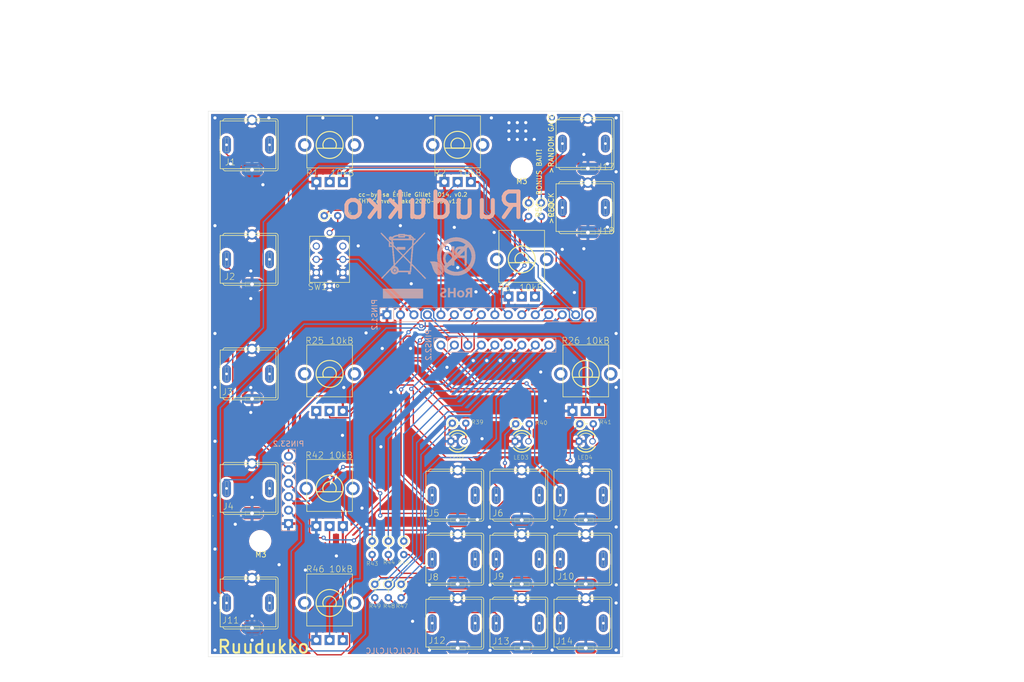
<source format=kicad_pcb>
(kicad_pcb (version 20171130) (host pcbnew "(5.1.5-0-10_14)")
  (layers (0 Top signal) (31 Bottom signal) (34 B.Paste user) (35 F.Paste user) (36 B.SilkS user) (37 F.SilkS user) (38 B.Mask user) (39 F.Mask user) (44 Edge.Cuts user))
  (net 0 "")
  (net 1 GND)
  (net 2 +5V)
  (net 3 "Net-(R4-Pad2)")
  (net 4 /LED_CLOCK)
  (net 5 "Net-(LED4-PadA)")
  (net 6 /LED_CH3)
  (net 7 "Net-(LED3-PadA)")
  (net 8 /LED_CH2)
  (net 9 "Net-(LED2-PadA)")
  (net 10 /LED_CH1)
  (net 11 "Net-(J8-PadTIP)")
  (net 12 "Net-(IC6-Pad15)")
  (net 13 "Net-(J9-PadTIP)")
  (net 14 "Net-(IC6-Pad1)")
  (net 15 "Net-(J10-PadTIP)")
  (net 16 "Net-(IC6-Pad2)")
  (net 17 "Net-(J12-PadTIP)")
  (net 18 "Net-(IC6-Pad3)")
  (net 19 "Net-(J13-PadTIP)")
  (net 20 "Net-(IC6-Pad4)")
  (net 21 "Net-(J14-PadTIP)")
  (net 22 "Net-(IC6-Pad5)")
  (net 23 "Net-(J8-PadSW)")
  (net 24 "Net-(J9-PadSW)")
  (net 25 "Net-(J10-PadSW)")
  (net 26 "Net-(J12-PadSW)")
  (net 27 "Net-(J13-PadSW)")
  (net 28 "Net-(J14-PadSW)")
  (net 29 /TEMPO)
  (net 30 /SW_RESET)
  (net 31 "Net-(IC6-Pad7)")
  (net 32 "Net-(IC6-Pad6)")
  (net 33 "Net-(R25-PadP$2)")
  (net 34 "Net-(J3-PadTIP)")
  (net 35 "Net-(R14-Pad1)")
  (net 36 "Net-(J4-PadTIP)")
  (net 37 "Net-(J4-PadSW)")
  (net 38 "Net-(R35-Pad1)")
  (net 39 "Net-(J11-PadTIP)")
  (net 40 "Net-(J11-PadSW)")
  (net 41 "Net-(R17-Pad1)")
  (net 42 "Net-(J5-PadTIP)")
  (net 43 "Net-(J5-PadSW)")
  (net 44 "Net-(R38-Pad1)")
  (net 45 "Net-(J6-PadTIP)")
  (net 46 "Net-(J6-PadSW)")
  (net 47 "Net-(R20-Pad1)")
  (net 48 "Net-(J7-PadTIP)")
  (net 49 "Net-(J7-PadSW)")
  (net 50 "Net-(J1-PadTIP)")
  (net 51 "Net-(J2-PadTIP)")
  (net 52 "Net-(J1-PadSW)")
  (net 53 "Net-(J2-PadSW)")
  (net 54 "Net-(SW1-PadP1)")
  (net 55 "Net-(SW1-PadP4)")
  (net 56 "Net-(J3-PadSW)")
  (net 57 "Net-(J17-PadTIP)")
  (net 58 "Net-(J17-PadSW)")
  (net 59 "Net-(J18-PadSW)")
  (net 60 "Net-(J18-PadTIP)")
  (module grids_v02:WQP_PJ_301BM (layer Top) (at 180.5786 125.9586 90)
    (fp_text reference J7 (at -4.0894 -5.5726) (layer F.SilkS) (effects (font (size 1.2065 1.2065) (thickness 0.09652)) (justify left bottom)))
    (fp_text value PJ301WQP hide)
    (fp_line (start -4.3 1.4) (end -5.1 1.4) (layer Edge.Cuts) (width 0.05))
    (fp_line (start -4.3 -1.3) (end -4.3 1.4) (layer Edge.Cuts) (width 0.05))
    (fp_line (start -5.1 -1.3) (end -4.3 -1.3) (layer Edge.Cuts) (width 0.05))
    (fp_line (start -5.1 1.4) (end -5.1 -1.3) (layer Edge.Cuts) (width 0.05))
    (fp_line (start -1.3 -4.5) (end -1.3 -5.05) (layer Edge.Cuts) (width 0.05))
    (fp_line (start 1.3 -4.5) (end -1.3 -4.5) (layer Edge.Cuts) (width 0.05))
    (fp_line (start 1.3 -5.05) (end 1.3 -4.5) (layer Edge.Cuts) (width 0.05))
    (fp_line (start -1.3 -5.05) (end 1.3 -5.05) (layer Edge.Cuts) (width 0.05))
    (fp_line (start -1.3 3.6) (end -1.3 3.05) (layer Edge.Cuts) (width 0.05))
    (fp_line (start 1.3 3.6) (end -1.3 3.6) (layer Edge.Cuts) (width 0.05))
    (fp_line (start 1.3 3.05) (end 1.3 3.6) (layer Edge.Cuts) (width 0.05))
    (fp_line (start -1.3 3.05) (end 1.3 3.05) (layer Edge.Cuts) (width 0.05))
    (pad GND thru_hole oval (at -4.7 0 180) (size 3.556 1.778) (drill 0.7) (layers *.Cu *.Mask) (net 1 GND))
    (pad GND2 thru_hole circle (at 4.7 0 90) (size 1.95 1.95) (drill 1.3) (layers *.Cu *.Mask) (net 1 GND))
    (pad TIP thru_hole oval (at 0 -4.8 90) (size 3.3528 1.6764) (drill 0.5) (layers *.Cu *.Mask) (net 48 "Net-(J7-PadTIP)"))
    (pad SW thru_hole oval (at 0 3.3 90) (size 3.3528 1.6764) (drill 0.5) (layers *.Cu *.Mask) (net 49 "Net-(J7-PadSW)"))
  )
  (module MountingHole:MountingHole_3.2mm_M3 (layer Top) (at 168.529 64.389)
    (fp_text reference M3 (at 0 2.413) (layer F.SilkS))
    (fp_text value MountingHole_3.2mm_M3)
    (pad 1 np_thru_hole circle (at 0 0) (size 3.2 3.2) (drill 3.2) (layers *.Cu *.Mask))
  )
  (module MountingHole:MountingHole_3.2mm_M3 (layer Top) (at 119.253 134.62)
    (fp_text reference M3 (at 0.127 2.54) (layer F.SilkS))
    (fp_text value MountingHole_3.2mm_M3)
    (pad 1 np_thru_hole circle (at 0 0) (size 3.2 3.2) (drill 3.2) (layers *.Cu *.Mask))
  )
  (module Connector_PinHeader_2.54mm:PinHeader_1x06_P2.54mm_Vertical (layer Bottom) (at 124.587 118.618 180)
    (fp_text reference PINS3.2 (at 0 2.33) (layer B.SilkS) (effects (justify mirror)))
    (fp_text value PinHeader_1x06_P2.54mm_Vertical)
    (pad 6 thru_hole rect (at 0 -12.7 180) (size 1.7 1.7) (drill 1) (layers *.Cu *.Mask) (net 1 GND))
    (pad 5 thru_hole oval (at 0 -10.16 180) (size 1.7 1.7) (drill 1) (layers *.Cu *.Mask) (net 10 /LED_CH1))
    (pad 4 thru_hole oval (at 0 -7.62 180) (size 1.7 1.7) (drill 1) (layers *.Cu *.Mask) (net 8 /LED_CH2))
    (pad 3 thru_hole oval (at 0 -5.08 180) (size 1.7 1.7) (drill 1) (layers *.Cu *.Mask) (net 6 /LED_CH3))
    (pad 2 thru_hole oval (at 0 -2.54 180) (size 1.7 1.7) (drill 1) (layers *.Cu *.Mask) (net 51 "Net-(J2-PadTIP)"))
    (pad 1 thru_hole circle (at 0 0 180) (size 1.7 1.7) (drill 1) (layers *.Cu *.Mask) (net 50 "Net-(J1-PadTIP)"))
  )
  (module Connector_PinHeader_2.54mm:PinHeader_1x09_P2.54mm_Vertical (layer Bottom) (at 153.289 97.663 270)
    (fp_text reference PINS2.2 (at 0 2.33 270) (layer B.SilkS) (effects (justify mirror)))
    (fp_text value PinHeader_1x09_P2.54mm_Vertical)
    (pad 9 thru_hole oval (at 0 -20.32 270) (size 1.7 1.7) (drill 1) (layers *.Cu *.Mask) (net 22 "Net-(IC6-Pad5)"))
    (pad 8 thru_hole oval (at 0 -17.78 270) (size 1.7 1.7) (drill 1) (layers *.Cu *.Mask) (net 20 "Net-(IC6-Pad4)"))
    (pad 7 thru_hole oval (at 0 -15.24 270) (size 1.7 1.7) (drill 1) (layers *.Cu *.Mask) (net 18 "Net-(IC6-Pad3)"))
    (pad 6 thru_hole oval (at 0 -12.7 270) (size 1.7 1.7) (drill 1) (layers *.Cu *.Mask) (net 12 "Net-(IC6-Pad15)"))
    (pad 5 thru_hole oval (at 0 -10.16 270) (size 1.7 1.7) (drill 1) (layers *.Cu *.Mask) (net 14 "Net-(IC6-Pad1)"))
    (pad 4 thru_hole oval (at 0 -7.62 270) (size 1.7 1.7) (drill 1) (layers *.Cu *.Mask) (net 16 "Net-(IC6-Pad2)"))
    (pad 3 thru_hole oval (at 0 -5.08 270) (size 1.7 1.7) (drill 1) (layers *.Cu *.Mask) (net 42 "Net-(J5-PadTIP)"))
    (pad 2 thru_hole oval (at 0 -2.54 270) (size 1.7 1.7) (drill 1) (layers *.Cu *.Mask) (net 45 "Net-(J6-PadTIP)"))
    (pad 1 thru_hole circle (at 0 0 270) (size 1.7 1.7) (drill 1) (layers *.Cu *.Mask) (net 48 "Net-(J7-PadTIP)"))
  )
  (module grids_v02:WQP_PJ_301BM (layer Top) (at 168.5136 125.9586 90)
    (fp_text reference J6 (at -4.0894 -5.5726) (layer F.SilkS) (effects (font (size 1.2065 1.2065) (thickness 0.09652)) (justify left bottom)))
    (fp_text value PJ301WQP hide)
    (fp_line (start -1.3 3.05) (end 1.3 3.05) (layer Edge.Cuts) (width 0.05))
    (fp_line (start 1.3 3.05) (end 1.3 3.6) (layer Edge.Cuts) (width 0.05))
    (fp_line (start 1.3 3.6) (end -1.3 3.6) (layer Edge.Cuts) (width 0.05))
    (fp_line (start -1.3 3.6) (end -1.3 3.05) (layer Edge.Cuts) (width 0.05))
    (fp_line (start -1.3 -5.05) (end 1.3 -5.05) (layer Edge.Cuts) (width 0.05))
    (fp_line (start 1.3 -5.05) (end 1.3 -4.5) (layer Edge.Cuts) (width 0.05))
    (fp_line (start 1.3 -4.5) (end -1.3 -4.5) (layer Edge.Cuts) (width 0.05))
    (fp_line (start -1.3 -4.5) (end -1.3 -5.05) (layer Edge.Cuts) (width 0.05))
    (fp_line (start -5.1 1.4) (end -5.1 -1.3) (layer Edge.Cuts) (width 0.05))
    (fp_line (start -5.1 -1.3) (end -4.3 -1.3) (layer Edge.Cuts) (width 0.05))
    (fp_line (start -4.3 -1.3) (end -4.3 1.4) (layer Edge.Cuts) (width 0.05))
    (fp_line (start -4.3 1.4) (end -5.1 1.4) (layer Edge.Cuts) (width 0.05))
    (pad SW thru_hole oval (at 0 3.3 90) (size 3.3528 1.6764) (drill 0.5) (layers *.Cu *.Mask) (net 46 "Net-(J6-PadSW)"))
    (pad TIP thru_hole oval (at 0 -4.8 90) (size 3.3528 1.6764) (drill 0.5) (layers *.Cu *.Mask) (net 45 "Net-(J6-PadTIP)"))
    (pad GND2 thru_hole circle (at 4.7 0 90) (size 1.95 1.95) (drill 1.3) (layers *.Cu *.Mask) (net 1 GND))
    (pad GND thru_hole oval (at -4.7 0 180) (size 3.556 1.778) (drill 0.7) (layers *.Cu *.Mask) (net 1 GND))
  )
  (module grids_v02:WQP_PJ_301BM (layer Top) (at 156.4486 125.9586 90)
    (fp_text reference J5 (at -4.0894 -5.5726) (layer F.SilkS) (effects (font (size 1.2065 1.2065) (thickness 0.09652)) (justify left bottom)))
    (fp_text value PJ301WQP hide)
    (fp_line (start -1.3 3.05) (end 1.3 3.05) (layer Edge.Cuts) (width 0.05))
    (fp_line (start 1.3 3.05) (end 1.3 3.6) (layer Edge.Cuts) (width 0.05))
    (fp_line (start 1.3 3.6) (end -1.3 3.6) (layer Edge.Cuts) (width 0.05))
    (fp_line (start -1.3 3.6) (end -1.3 3.05) (layer Edge.Cuts) (width 0.05))
    (fp_line (start -1.3 -5.05) (end 1.3 -5.05) (layer Edge.Cuts) (width 0.05))
    (fp_line (start 1.3 -5.05) (end 1.3 -4.5) (layer Edge.Cuts) (width 0.05))
    (fp_line (start 1.3 -4.5) (end -1.3 -4.5) (layer Edge.Cuts) (width 0.05))
    (fp_line (start -1.3 -4.5) (end -1.3 -5.05) (layer Edge.Cuts) (width 0.05))
    (fp_line (start -5.1 1.4) (end -5.1 -1.3) (layer Edge.Cuts) (width 0.05))
    (fp_line (start -5.1 -1.3) (end -4.3 -1.3) (layer Edge.Cuts) (width 0.05))
    (fp_line (start -4.3 -1.3) (end -4.3 1.4) (layer Edge.Cuts) (width 0.05))
    (fp_line (start -4.3 1.4) (end -5.1 1.4) (layer Edge.Cuts) (width 0.05))
    (pad SW thru_hole oval (at 0 3.3 90) (size 3.3528 1.6764) (drill 0.5) (layers *.Cu *.Mask) (net 43 "Net-(J5-PadSW)"))
    (pad TIP thru_hole oval (at 0 -4.8 90) (size 3.3528 1.6764) (drill 0.5) (layers *.Cu *.Mask) (net 42 "Net-(J5-PadTIP)"))
    (pad GND2 thru_hole circle (at 4.7 0 90) (size 1.95 1.95) (drill 1.3) (layers *.Cu *.Mask) (net 1 GND))
    (pad GND thru_hole oval (at -4.7 0 180) (size 3.556 1.778) (drill 0.7) (layers *.Cu *.Mask) (net 1 GND))
  )
  (module grids_v02:WQP_PJ_301BM (layer Top) (at 117.7136 146.2786 90)
    (fp_text reference J11 (at -3.9624 -5.6996 180) (layer F.SilkS) (effects (font (size 1.2065 1.2065) (thickness 0.09652)) (justify left bottom)))
    (fp_text value PJ301WQP hide)
    (fp_line (start -1.3 3.05) (end 1.3 3.05) (layer Edge.Cuts) (width 0.05))
    (fp_line (start 1.3 3.05) (end 1.3 3.6) (layer Edge.Cuts) (width 0.05))
    (fp_line (start 1.3 3.6) (end -1.3 3.6) (layer Edge.Cuts) (width 0.05))
    (fp_line (start -1.3 3.6) (end -1.3 3.05) (layer Edge.Cuts) (width 0.05))
    (fp_line (start -1.3 -5.05) (end 1.3 -5.05) (layer Edge.Cuts) (width 0.05))
    (fp_line (start 1.3 -5.05) (end 1.3 -4.5) (layer Edge.Cuts) (width 0.05))
    (fp_line (start 1.3 -4.5) (end -1.3 -4.5) (layer Edge.Cuts) (width 0.05))
    (fp_line (start -1.3 -4.5) (end -1.3 -5.05) (layer Edge.Cuts) (width 0.05))
    (fp_line (start -5.1 1.4) (end -5.1 -1.3) (layer Edge.Cuts) (width 0.05))
    (fp_line (start -5.1 -1.3) (end -4.3 -1.3) (layer Edge.Cuts) (width 0.05))
    (fp_line (start -4.3 -1.3) (end -4.3 1.4) (layer Edge.Cuts) (width 0.05))
    (fp_line (start -4.3 1.4) (end -5.1 1.4) (layer Edge.Cuts) (width 0.05))
    (pad SW thru_hole oval (at 0 3.3 90) (size 3.3528 1.6764) (drill 0.5) (layers *.Cu *.Mask) (net 40 "Net-(J11-PadSW)"))
    (pad TIP thru_hole oval (at 0 -4.8 90) (size 3.3528 1.6764) (drill 0.5) (layers *.Cu *.Mask) (net 39 "Net-(J11-PadTIP)"))
    (pad GND2 thru_hole circle (at 4.7 0 90) (size 1.95 1.95) (drill 1.3) (layers *.Cu *.Mask) (net 1 GND))
    (pad GND thru_hole oval (at -4.7 0 180) (size 3.556 1.778) (drill 0.7) (layers *.Cu *.Mask) (net 1 GND))
  )
  (module grids_v02:WQP_PJ_301BM (layer Top) (at 117.7136 124.6886 90)
    (fp_text reference J4 (at -4.0894 -5.5726 180) (layer F.SilkS) (effects (font (size 1.2065 1.2065) (thickness 0.09652)) (justify left bottom)))
    (fp_text value PJ301WQP hide)
    (fp_line (start -1.3 3.05) (end 1.3 3.05) (layer Edge.Cuts) (width 0.05))
    (fp_line (start 1.3 3.05) (end 1.3 3.6) (layer Edge.Cuts) (width 0.05))
    (fp_line (start 1.3 3.6) (end -1.3 3.6) (layer Edge.Cuts) (width 0.05))
    (fp_line (start -1.3 3.6) (end -1.3 3.05) (layer Edge.Cuts) (width 0.05))
    (fp_line (start -1.3 -5.05) (end 1.3 -5.05) (layer Edge.Cuts) (width 0.05))
    (fp_line (start 1.3 -5.05) (end 1.3 -4.5) (layer Edge.Cuts) (width 0.05))
    (fp_line (start 1.3 -4.5) (end -1.3 -4.5) (layer Edge.Cuts) (width 0.05))
    (fp_line (start -1.3 -4.5) (end -1.3 -5.05) (layer Edge.Cuts) (width 0.05))
    (fp_line (start -5.1 1.4) (end -5.1 -1.3) (layer Edge.Cuts) (width 0.05))
    (fp_line (start -5.1 -1.3) (end -4.3 -1.3) (layer Edge.Cuts) (width 0.05))
    (fp_line (start -4.3 -1.3) (end -4.3 1.4) (layer Edge.Cuts) (width 0.05))
    (fp_line (start -4.3 1.4) (end -5.1 1.4) (layer Edge.Cuts) (width 0.05))
    (pad SW thru_hole oval (at 0 3.3 90) (size 3.3528 1.6764) (drill 0.5) (layers *.Cu *.Mask) (net 37 "Net-(J4-PadSW)"))
    (pad TIP thru_hole oval (at 0 -4.8 90) (size 3.3528 1.6764) (drill 0.5) (layers *.Cu *.Mask) (net 36 "Net-(J4-PadTIP)"))
    (pad GND2 thru_hole circle (at 4.7 0 90) (size 1.95 1.95) (drill 1.3) (layers *.Cu *.Mask) (net 1 GND))
    (pad GND thru_hole oval (at -4.7 0 180) (size 3.556 1.778) (drill 0.7) (layers *.Cu *.Mask) (net 1 GND))
  )
  (module grids_v02:WQP_PJ_301BM (layer Top) (at 117.7136 103.0986 90)
    (fp_text reference J3 (at -4.0894 -5.6996 180) (layer F.SilkS) (effects (font (size 1.2065 1.2065) (thickness 0.09652)) (justify left bottom)))
    (fp_text value PJ301WQP hide)
    (fp_line (start -1.3 3.05) (end 1.3 3.05) (layer Edge.Cuts) (width 0.05))
    (fp_line (start 1.3 3.05) (end 1.3 3.6) (layer Edge.Cuts) (width 0.05))
    (fp_line (start 1.3 3.6) (end -1.3 3.6) (layer Edge.Cuts) (width 0.05))
    (fp_line (start -1.3 3.6) (end -1.3 3.05) (layer Edge.Cuts) (width 0.05))
    (fp_line (start -1.3 -5.05) (end 1.3 -5.05) (layer Edge.Cuts) (width 0.05))
    (fp_line (start 1.3 -5.05) (end 1.3 -4.5) (layer Edge.Cuts) (width 0.05))
    (fp_line (start 1.3 -4.5) (end -1.3 -4.5) (layer Edge.Cuts) (width 0.05))
    (fp_line (start -1.3 -4.5) (end -1.3 -5.05) (layer Edge.Cuts) (width 0.05))
    (fp_line (start -5.1 1.4) (end -5.1 -1.3) (layer Edge.Cuts) (width 0.05))
    (fp_line (start -5.1 -1.3) (end -4.3 -1.3) (layer Edge.Cuts) (width 0.05))
    (fp_line (start -4.3 -1.3) (end -4.3 1.4) (layer Edge.Cuts) (width 0.05))
    (fp_line (start -4.3 1.4) (end -5.1 1.4) (layer Edge.Cuts) (width 0.05))
    (pad SW thru_hole oval (at 0 3.3 90) (size 3.3528 1.6764) (drill 0.5) (layers *.Cu *.Mask) (net 56 "Net-(J3-PadSW)"))
    (pad TIP thru_hole oval (at 0 -4.8 90) (size 3.3528 1.6764) (drill 0.5) (layers *.Cu *.Mask) (net 34 "Net-(J3-PadTIP)"))
    (pad GND2 thru_hole circle (at 4.7 0 90) (size 1.95 1.95) (drill 1.3) (layers *.Cu *.Mask) (net 1 GND))
    (pad GND thru_hole oval (at -4.7 0 180) (size 3.556 1.778) (drill 0.7) (layers *.Cu *.Mask) (net 1 GND))
  )
  (module grids_v02:WQP_PJ_301BM (layer Top) (at 117.7136 81.5086 90)
    (fp_text reference J2 (at -3.9624 -5.3186 180) (layer F.SilkS) (effects (font (size 1.2065 1.2065) (thickness 0.09652)) (justify left bottom)))
    (fp_text value PJ301WQP hide)
    (fp_line (start -1.3 3.05) (end 1.3 3.05) (layer Edge.Cuts) (width 0.05))
    (fp_line (start 1.3 3.05) (end 1.3 3.6) (layer Edge.Cuts) (width 0.05))
    (fp_line (start 1.3 3.6) (end -1.3 3.6) (layer Edge.Cuts) (width 0.05))
    (fp_line (start -1.3 3.6) (end -1.3 3.05) (layer Edge.Cuts) (width 0.05))
    (fp_line (start -1.3 -5.05) (end 1.3 -5.05) (layer Edge.Cuts) (width 0.05))
    (fp_line (start 1.3 -5.05) (end 1.3 -4.5) (layer Edge.Cuts) (width 0.05))
    (fp_line (start 1.3 -4.5) (end -1.3 -4.5) (layer Edge.Cuts) (width 0.05))
    (fp_line (start -1.3 -4.5) (end -1.3 -5.05) (layer Edge.Cuts) (width 0.05))
    (fp_line (start -5.1 1.4) (end -5.1 -1.3) (layer Edge.Cuts) (width 0.05))
    (fp_line (start -5.1 -1.3) (end -4.3 -1.3) (layer Edge.Cuts) (width 0.05))
    (fp_line (start -4.3 -1.3) (end -4.3 1.4) (layer Edge.Cuts) (width 0.05))
    (fp_line (start -4.3 1.4) (end -5.1 1.4) (layer Edge.Cuts) (width 0.05))
    (pad SW thru_hole oval (at 0 3.3 90) (size 3.3528 1.6764) (drill 0.5) (layers *.Cu *.Mask) (net 53 "Net-(J2-PadSW)"))
    (pad TIP thru_hole oval (at 0 -4.8 90) (size 3.3528 1.6764) (drill 0.5) (layers *.Cu *.Mask) (net 51 "Net-(J2-PadTIP)"))
    (pad GND2 thru_hole circle (at 4.7 0 90) (size 1.95 1.95) (drill 1.3) (layers *.Cu *.Mask) (net 1 GND))
    (pad GND thru_hole oval (at -4.7 0 180) (size 3.556 1.778) (drill 0.7) (layers *.Cu *.Mask) (net 1 GND))
  )
  (module grids_v02:WQP_PJ_301BM (layer Top) (at 117.7136 59.9186 90)
    (fp_text reference J1 (at -3.9624 -5.1916 180) (layer F.SilkS) (effects (font (size 1.2065 1.2065) (thickness 0.09652)) (justify left bottom)))
    (fp_text value PJ301WQP hide)
    (fp_line (start -1.3 3.05) (end 1.3 3.05) (layer Edge.Cuts) (width 0.05))
    (fp_line (start 1.3 3.05) (end 1.3 3.6) (layer Edge.Cuts) (width 0.05))
    (fp_line (start 1.3 3.6) (end -1.3 3.6) (layer Edge.Cuts) (width 0.05))
    (fp_line (start -1.3 3.6) (end -1.3 3.05) (layer Edge.Cuts) (width 0.05))
    (fp_line (start -1.3 -5.05) (end 1.3 -5.05) (layer Edge.Cuts) (width 0.05))
    (fp_line (start 1.3 -5.05) (end 1.3 -4.5) (layer Edge.Cuts) (width 0.05))
    (fp_line (start 1.3 -4.5) (end -1.3 -4.5) (layer Edge.Cuts) (width 0.05))
    (fp_line (start -1.3 -4.5) (end -1.3 -5.05) (layer Edge.Cuts) (width 0.05))
    (fp_line (start -5.1 1.4) (end -5.1 -1.3) (layer Edge.Cuts) (width 0.05))
    (fp_line (start -5.1 -1.3) (end -4.3 -1.3) (layer Edge.Cuts) (width 0.05))
    (fp_line (start -4.3 -1.3) (end -4.3 1.4) (layer Edge.Cuts) (width 0.05))
    (fp_line (start -4.3 1.4) (end -5.1 1.4) (layer Edge.Cuts) (width 0.05))
    (pad SW thru_hole oval (at 0 3.3 90) (size 3.3528 1.6764) (drill 0.5) (layers *.Cu *.Mask) (net 52 "Net-(J1-PadSW)"))
    (pad TIP thru_hole oval (at 0 -4.8 90) (size 3.3528 1.6764) (drill 0.5) (layers *.Cu *.Mask) (net 50 "Net-(J1-PadTIP)"))
    (pad GND2 thru_hole circle (at 4.7 0 90) (size 1.95 1.95) (drill 1.3) (layers *.Cu *.Mask) (net 1 GND))
    (pad GND thru_hole oval (at -4.7 0 180) (size 3.556 1.778) (drill 0.7) (layers *.Cu *.Mask) (net 1 GND))
  )
  (module grids_v02:WQP_PJ_301BM (layer Top) (at 180.5786 150.0886 90)
    (fp_text reference J14 (at -4.0894 -5.6996) (layer F.SilkS) (effects (font (size 1.2065 1.2065) (thickness 0.09652)) (justify left bottom)))
    (fp_text value PJ301WQP hide)
    (fp_line (start -1.3 3.05) (end 1.3 3.05) (layer Edge.Cuts) (width 0.05))
    (fp_line (start 1.3 3.05) (end 1.3 3.6) (layer Edge.Cuts) (width 0.05))
    (fp_line (start 1.3 3.6) (end -1.3 3.6) (layer Edge.Cuts) (width 0.05))
    (fp_line (start -1.3 3.6) (end -1.3 3.05) (layer Edge.Cuts) (width 0.05))
    (fp_line (start -1.3 -5.05) (end 1.3 -5.05) (layer Edge.Cuts) (width 0.05))
    (fp_line (start 1.3 -5.05) (end 1.3 -4.5) (layer Edge.Cuts) (width 0.05))
    (fp_line (start 1.3 -4.5) (end -1.3 -4.5) (layer Edge.Cuts) (width 0.05))
    (fp_line (start -1.3 -4.5) (end -1.3 -5.05) (layer Edge.Cuts) (width 0.05))
    (fp_line (start -5.1 1.4) (end -5.1 -1.3) (layer Edge.Cuts) (width 0.05))
    (fp_line (start -5.1 -1.3) (end -4.3 -1.3) (layer Edge.Cuts) (width 0.05))
    (fp_line (start -4.3 -1.3) (end -4.3 1.4) (layer Edge.Cuts) (width 0.05))
    (fp_line (start -4.3 1.4) (end -5.1 1.4) (layer Edge.Cuts) (width 0.05))
    (pad SW thru_hole oval (at 0 3.3 90) (size 3.3528 1.6764) (drill 0.5) (layers *.Cu *.Mask) (net 28 "Net-(J14-PadSW)"))
    (pad TIP thru_hole oval (at 0 -4.8 90) (size 3.3528 1.6764) (drill 0.5) (layers *.Cu *.Mask) (net 21 "Net-(J14-PadTIP)"))
    (pad GND2 thru_hole circle (at 4.7 0 90) (size 1.95 1.95) (drill 1.3) (layers *.Cu *.Mask) (net 1 GND))
    (pad GND thru_hole oval (at -4.7 0 180) (size 3.556 1.778) (drill 0.7) (layers *.Cu *.Mask) (net 1 GND))
  )
  (module grids_v02:WQP_PJ_301BM (layer Top) (at 168.5136 150.0886 90)
    (fp_text reference J13 (at -4.0894 -5.5726) (layer F.SilkS) (effects (font (size 1.2065 1.2065) (thickness 0.09652)) (justify left bottom)))
    (fp_text value PJ301WQP hide)
    (fp_line (start -1.3 3.05) (end 1.3 3.05) (layer Edge.Cuts) (width 0.05))
    (fp_line (start 1.3 3.05) (end 1.3 3.6) (layer Edge.Cuts) (width 0.05))
    (fp_line (start 1.3 3.6) (end -1.3 3.6) (layer Edge.Cuts) (width 0.05))
    (fp_line (start -1.3 3.6) (end -1.3 3.05) (layer Edge.Cuts) (width 0.05))
    (fp_line (start -1.3 -5.05) (end 1.3 -5.05) (layer Edge.Cuts) (width 0.05))
    (fp_line (start 1.3 -5.05) (end 1.3 -4.5) (layer Edge.Cuts) (width 0.05))
    (fp_line (start 1.3 -4.5) (end -1.3 -4.5) (layer Edge.Cuts) (width 0.05))
    (fp_line (start -1.3 -4.5) (end -1.3 -5.05) (layer Edge.Cuts) (width 0.05))
    (fp_line (start -5.1 1.4) (end -5.1 -1.3) (layer Edge.Cuts) (width 0.05))
    (fp_line (start -5.1 -1.3) (end -4.3 -1.3) (layer Edge.Cuts) (width 0.05))
    (fp_line (start -4.3 -1.3) (end -4.3 1.4) (layer Edge.Cuts) (width 0.05))
    (fp_line (start -4.3 1.4) (end -5.1 1.4) (layer Edge.Cuts) (width 0.05))
    (pad SW thru_hole oval (at 0 3.3 90) (size 3.3528 1.6764) (drill 0.5) (layers *.Cu *.Mask) (net 27 "Net-(J13-PadSW)"))
    (pad TIP thru_hole oval (at 0 -4.8 90) (size 3.3528 1.6764) (drill 0.5) (layers *.Cu *.Mask) (net 19 "Net-(J13-PadTIP)"))
    (pad GND2 thru_hole circle (at 4.7 0 90) (size 1.95 1.95) (drill 1.3) (layers *.Cu *.Mask) (net 1 GND))
    (pad GND thru_hole oval (at -4.7 0 180) (size 3.556 1.778) (drill 0.7) (layers *.Cu *.Mask) (net 1 GND))
  )
  (module grids_v02:WQP_PJ_301BM (layer Top) (at 156.4486 150.0886 90)
    (fp_text reference J12 (at -3.9624 -5.5726) (layer F.SilkS) (effects (font (size 1.2065 1.2065) (thickness 0.09652)) (justify left bottom)))
    (fp_text value PJ301WQP hide)
    (fp_line (start -1.3 3.05) (end 1.3 3.05) (layer Edge.Cuts) (width 0.05))
    (fp_line (start 1.3 3.05) (end 1.3 3.6) (layer Edge.Cuts) (width 0.05))
    (fp_line (start 1.3 3.6) (end -1.3 3.6) (layer Edge.Cuts) (width 0.05))
    (fp_line (start -1.3 3.6) (end -1.3 3.05) (layer Edge.Cuts) (width 0.05))
    (fp_line (start -1.3 -5.05) (end 1.3 -5.05) (layer Edge.Cuts) (width 0.05))
    (fp_line (start 1.3 -5.05) (end 1.3 -4.5) (layer Edge.Cuts) (width 0.05))
    (fp_line (start 1.3 -4.5) (end -1.3 -4.5) (layer Edge.Cuts) (width 0.05))
    (fp_line (start -1.3 -4.5) (end -1.3 -5.05) (layer Edge.Cuts) (width 0.05))
    (fp_line (start -5.1 1.4) (end -5.1 -1.3) (layer Edge.Cuts) (width 0.05))
    (fp_line (start -5.1 -1.3) (end -4.3 -1.3) (layer Edge.Cuts) (width 0.05))
    (fp_line (start -4.3 -1.3) (end -4.3 1.4) (layer Edge.Cuts) (width 0.05))
    (fp_line (start -4.3 1.4) (end -5.1 1.4) (layer Edge.Cuts) (width 0.05))
    (pad SW thru_hole oval (at 0 3.3 90) (size 3.3528 1.6764) (drill 0.5) (layers *.Cu *.Mask) (net 26 "Net-(J12-PadSW)"))
    (pad TIP thru_hole oval (at 0 -4.8 90) (size 3.3528 1.6764) (drill 0.5) (layers *.Cu *.Mask) (net 17 "Net-(J12-PadTIP)"))
    (pad GND2 thru_hole circle (at 4.7 0 90) (size 1.95 1.95) (drill 1.3) (layers *.Cu *.Mask) (net 1 GND))
    (pad GND thru_hole oval (at -4.7 0 180) (size 3.556 1.778) (drill 0.7) (layers *.Cu *.Mask) (net 1 GND))
  )
  (module grids_v02:WQP_PJ_301BM (layer Top) (at 180.5786 138.0236 90)
    (fp_text reference J10 (at -3.9624 -5.4456) (layer F.SilkS) (effects (font (size 1.2065 1.2065) (thickness 0.09652)) (justify left bottom)))
    (fp_text value PJ301WQP hide)
    (fp_line (start -1.3 3.05) (end 1.3 3.05) (layer Edge.Cuts) (width 0.05))
    (fp_line (start 1.3 3.05) (end 1.3 3.6) (layer Edge.Cuts) (width 0.05))
    (fp_line (start 1.3 3.6) (end -1.3 3.6) (layer Edge.Cuts) (width 0.05))
    (fp_line (start -1.3 3.6) (end -1.3 3.05) (layer Edge.Cuts) (width 0.05))
    (fp_line (start -1.3 -5.05) (end 1.3 -5.05) (layer Edge.Cuts) (width 0.05))
    (fp_line (start 1.3 -5.05) (end 1.3 -4.5) (layer Edge.Cuts) (width 0.05))
    (fp_line (start 1.3 -4.5) (end -1.3 -4.5) (layer Edge.Cuts) (width 0.05))
    (fp_line (start -1.3 -4.5) (end -1.3 -5.05) (layer Edge.Cuts) (width 0.05))
    (fp_line (start -5.1 1.4) (end -5.1 -1.3) (layer Edge.Cuts) (width 0.05))
    (fp_line (start -5.1 -1.3) (end -4.3 -1.3) (layer Edge.Cuts) (width 0.05))
    (fp_line (start -4.3 -1.3) (end -4.3 1.4) (layer Edge.Cuts) (width 0.05))
    (fp_line (start -4.3 1.4) (end -5.1 1.4) (layer Edge.Cuts) (width 0.05))
    (pad SW thru_hole oval (at 0 3.3 90) (size 3.3528 1.6764) (drill 0.5) (layers *.Cu *.Mask) (net 25 "Net-(J10-PadSW)"))
    (pad TIP thru_hole oval (at 0 -4.8 90) (size 3.3528 1.6764) (drill 0.5) (layers *.Cu *.Mask) (net 15 "Net-(J10-PadTIP)"))
    (pad GND2 thru_hole circle (at 4.7 0 90) (size 1.95 1.95) (drill 1.3) (layers *.Cu *.Mask) (net 1 GND))
    (pad GND thru_hole oval (at -4.7 0 180) (size 3.556 1.778) (drill 0.7) (layers *.Cu *.Mask) (net 1 GND))
  )
  (module grids_v02:WQP_PJ_301BM (layer Top) (at 168.5136 138.0236 90)
    (fp_text reference J9 (at -3.9624 -5.4456) (layer F.SilkS) (effects (font (size 1.2065 1.2065) (thickness 0.09652)) (justify left bottom)))
    (fp_text value PJ301WQP hide)
    (fp_line (start -1.3 3.05) (end 1.3 3.05) (layer Edge.Cuts) (width 0.05))
    (fp_line (start 1.3 3.05) (end 1.3 3.6) (layer Edge.Cuts) (width 0.05))
    (fp_line (start 1.3 3.6) (end -1.3 3.6) (layer Edge.Cuts) (width 0.05))
    (fp_line (start -1.3 3.6) (end -1.3 3.05) (layer Edge.Cuts) (width 0.05))
    (fp_line (start -1.3 -5.05) (end 1.3 -5.05) (layer Edge.Cuts) (width 0.05))
    (fp_line (start 1.3 -5.05) (end 1.3 -4.5) (layer Edge.Cuts) (width 0.05))
    (fp_line (start 1.3 -4.5) (end -1.3 -4.5) (layer Edge.Cuts) (width 0.05))
    (fp_line (start -1.3 -4.5) (end -1.3 -5.05) (layer Edge.Cuts) (width 0.05))
    (fp_line (start -5.1 1.4) (end -5.1 -1.3) (layer Edge.Cuts) (width 0.05))
    (fp_line (start -5.1 -1.3) (end -4.3 -1.3) (layer Edge.Cuts) (width 0.05))
    (fp_line (start -4.3 -1.3) (end -4.3 1.4) (layer Edge.Cuts) (width 0.05))
    (fp_line (start -4.3 1.4) (end -5.1 1.4) (layer Edge.Cuts) (width 0.05))
    (pad SW thru_hole oval (at 0 3.3 90) (size 3.3528 1.6764) (drill 0.5) (layers *.Cu *.Mask) (net 24 "Net-(J9-PadSW)"))
    (pad TIP thru_hole oval (at 0 -4.8 90) (size 3.3528 1.6764) (drill 0.5) (layers *.Cu *.Mask) (net 13 "Net-(J9-PadTIP)"))
    (pad GND2 thru_hole circle (at 4.7 0 90) (size 1.95 1.95) (drill 1.3) (layers *.Cu *.Mask) (net 1 GND))
    (pad GND thru_hole oval (at -4.7 0 180) (size 3.556 1.778) (drill 0.7) (layers *.Cu *.Mask) (net 1 GND))
  )
  (module grids_v02:WQP_PJ_301BM (layer Top) (at 156.4486 138.0236 90)
    (fp_text reference J8 (at -4.0894 -5.6996) (layer F.SilkS) (effects (font (size 1.2065 1.2065) (thickness 0.09652)) (justify left bottom)))
    (fp_text value PJ301WQP hide)
    (fp_line (start -1.3 3.05) (end 1.3 3.05) (layer Edge.Cuts) (width 0.05))
    (fp_line (start 1.3 3.05) (end 1.3 3.6) (layer Edge.Cuts) (width 0.05))
    (fp_line (start 1.3 3.6) (end -1.3 3.6) (layer Edge.Cuts) (width 0.05))
    (fp_line (start -1.3 3.6) (end -1.3 3.05) (layer Edge.Cuts) (width 0.05))
    (fp_line (start -1.3 -5.05) (end 1.3 -5.05) (layer Edge.Cuts) (width 0.05))
    (fp_line (start 1.3 -5.05) (end 1.3 -4.5) (layer Edge.Cuts) (width 0.05))
    (fp_line (start 1.3 -4.5) (end -1.3 -4.5) (layer Edge.Cuts) (width 0.05))
    (fp_line (start -1.3 -4.5) (end -1.3 -5.05) (layer Edge.Cuts) (width 0.05))
    (fp_line (start -5.1 1.4) (end -5.1 -1.3) (layer Edge.Cuts) (width 0.05))
    (fp_line (start -5.1 -1.3) (end -4.3 -1.3) (layer Edge.Cuts) (width 0.05))
    (fp_line (start -4.3 -1.3) (end -4.3 1.4) (layer Edge.Cuts) (width 0.05))
    (fp_line (start -4.3 1.4) (end -5.1 1.4) (layer Edge.Cuts) (width 0.05))
    (pad SW thru_hole oval (at 0 3.3 90) (size 3.3528 1.6764) (drill 0.5) (layers *.Cu *.Mask) (net 23 "Net-(J8-PadSW)"))
    (pad TIP thru_hole oval (at 0 -4.8 90) (size 3.3528 1.6764) (drill 0.5) (layers *.Cu *.Mask) (net 11 "Net-(J8-PadTIP)"))
    (pad GND2 thru_hole circle (at 4.7 0 90) (size 1.95 1.95) (drill 1.3) (layers *.Cu *.Mask) (net 1 GND))
    (pad GND thru_hole oval (at -4.7 0 180) (size 3.556 1.778) (drill 0.7) (layers *.Cu *.Mask) (net 1 GND))
  )
  (module Connector_PinHeader_2.54mm:PinHeader_1x16_P2.54mm_Vertical (layer Bottom) (at 143.129 91.948 270)
    (fp_text reference PINS1.2 (at 0 2.33 270) (layer B.SilkS) (effects (justify mirror)))
    (fp_text value PinHeader_1x16_P2.54mm_Vertical)
    (pad 16 thru_hole oval (at 0 -38.1 270) (size 1.7 1.7) (drill 1) (layers *.Cu *.Mask) (net 35 "Net-(R14-Pad1)"))
    (pad 15 thru_hole oval (at 0 -35.56 270) (size 1.7 1.7) (drill 1) (layers *.Cu *.Mask) (net 29 /TEMPO))
    (pad 14 thru_hole oval (at 0 -33.02 270) (size 1.7 1.7) (drill 1) (layers *.Cu *.Mask) (net 33 "Net-(R25-PadP$2)"))
    (pad 13 thru_hole oval (at 0 -30.48 270) (size 1.7 1.7) (drill 1) (layers *.Cu *.Mask) (net 36 "Net-(J4-PadTIP)"))
    (pad 12 thru_hole oval (at 0 -27.94 270) (size 1.7 1.7) (drill 1) (layers *.Cu *.Mask) (net 34 "Net-(J3-PadTIP)"))
    (pad 11 thru_hole oval (at 0 -25.4 270) (size 1.7 1.7) (drill 1) (layers *.Cu *.Mask) (net 31 "Net-(IC6-Pad7)"))
    (pad 10 thru_hole oval (at 0 -22.86 270) (size 1.7 1.7) (drill 1) (layers *.Cu *.Mask) (net 32 "Net-(IC6-Pad6)"))
    (pad 9 thru_hole oval (at 0 -20.32 270) (size 1.7 1.7) (drill 1) (layers *.Cu *.Mask) (net 4 /LED_CLOCK))
    (pad 8 thru_hole oval (at 0 -17.78 270) (size 1.7 1.7) (drill 1) (layers *.Cu *.Mask) (net 39 "Net-(J11-PadTIP)"))
    (pad 7 thru_hole oval (at 0 -15.24 270) (size 1.7 1.7) (drill 1) (layers *.Cu *.Mask) (net 44 "Net-(R38-Pad1)"))
    (pad 6 thru_hole oval (at 0 -12.7 270) (size 1.7 1.7) (drill 1) (layers *.Cu *.Mask) (net 38 "Net-(R35-Pad1)"))
    (pad 5 thru_hole oval (at 0 -10.16 270) (size 1.7 1.7) (drill 1) (layers *.Cu *.Mask) (net 41 "Net-(R17-Pad1)"))
    (pad 4 thru_hole oval (at 0 -7.62 270) (size 1.7 1.7) (drill 1) (layers *.Cu *.Mask) (net 47 "Net-(R20-Pad1)"))
    (pad 3 thru_hole oval (at 0 -5.08 270) (size 1.7 1.7) (drill 1) (layers *.Cu *.Mask) (net 30 /SW_RESET))
    (pad 2 thru_hole oval (at 0 -2.54 270) (size 1.7 1.7) (drill 1) (layers *.Cu *.Mask) (net 2 +5V))
    (pad 1 thru_hole rect (at 0 0 270) (size 1.7 1.7) (drill 1) (layers *.Cu *.Mask) (net 1 GND))
  )
  (module grids_v02:FIDUCIAL-1X2 (layer Top) (at 117.7136 61.1886 90)
    (fp_text reference F2 hide)
    (fp_text value FIDUCIAL1X2 hide)
    (pad 1 smd roundrect (at 0 0 90) (size 1 1) (layers Top F.Mask) (roundrect_rratio 0.5))
  )
  (module Resistor_THT:R_Axial_DIN0204_L3.6mm_D1.6mm_P2.54mm_Vertical (layer Top) (at 140.335 134.62 270)
    (fp_text reference R43 (at 4.699 1.143) (layer F.SilkS) (effects (font (size 0.77216 0.77216) (thickness 0.061772)) (justify left bottom)))
    (fp_text value 1.0k)
    (pad 2 thru_hole oval (at 2.54 0 270) (size 1.4 1.4) (drill 0.7) (layers *.Cu *.Mask) (net 15 "Net-(J10-PadTIP)"))
    (pad 1 thru_hole circle (at 0 0 270) (size 1.4 1.4) (drill 0.7) (layers *.Cu *.Mask) (net 16 "Net-(IC6-Pad2)"))
  )
  (module Resistor_THT:R_Axial_DIN0204_L3.6mm_D1.6mm_P2.54mm_Vertical (layer Top) (at 143.383 134.62 270)
    (fp_text reference R44 (at 4.445 1.016) (layer F.SilkS) (effects (font (size 0.77216 0.77216) (thickness 0.061772)) (justify left bottom)))
    (fp_text value 1.0k)
    (pad 2 thru_hole oval (at 2.54 0 270) (size 1.4 1.4) (drill 0.7) (layers *.Cu *.Mask) (net 13 "Net-(J9-PadTIP)"))
    (pad 1 thru_hole circle (at 0 0 270) (size 1.4 1.4) (drill 0.7) (layers *.Cu *.Mask) (net 14 "Net-(IC6-Pad1)"))
  )
  (module Resistor_THT:R_Axial_DIN0204_L3.6mm_D1.6mm_P2.54mm_Vertical (layer Top) (at 146.304 134.62 270)
    (fp_text reference R45 (at 4.572 1.143) (layer F.SilkS) (effects (font (size 0.77216 0.77216) (thickness 0.061772)) (justify left bottom)))
    (fp_text value 1.0k)
    (pad 2 thru_hole oval (at 2.54 0 270) (size 1.4 1.4) (drill 0.7) (layers *.Cu *.Mask) (net 11 "Net-(J8-PadTIP)"))
    (pad 1 thru_hole circle (at 0 0 270) (size 1.4 1.4) (drill 0.7) (layers *.Cu *.Mask) (net 12 "Net-(IC6-Pad15)"))
  )
  (module Resistor_THT:R_Axial_DIN0204_L3.6mm_D1.6mm_P2.54mm_Vertical (layer Top) (at 145.796 142.748 270)
    (fp_text reference R47 (at 4.572 1.016) (layer F.SilkS) (effects (font (size 0.77216 0.77216) (thickness 0.061772)) (justify left bottom)))
    (fp_text value 1.0k)
    (pad 2 thru_hole oval (at 2.54 0 270) (size 1.4 1.4) (drill 0.7) (layers *.Cu *.Mask) (net 21 "Net-(J14-PadTIP)"))
    (pad 1 thru_hole circle (at 0 0 270) (size 1.4 1.4) (drill 0.7) (layers *.Cu *.Mask) (net 22 "Net-(IC6-Pad5)"))
  )
  (module Resistor_THT:R_Axial_DIN0204_L3.6mm_D1.6mm_P2.54mm_Vertical (layer Top) (at 143.383 142.748 270)
    (fp_text reference R48 (at 4.572 1.016) (layer F.SilkS) (effects (font (size 0.77216 0.77216) (thickness 0.061772)) (justify left bottom)))
    (fp_text value 1.0k)
    (pad 2 thru_hole oval (at 2.54 0 270) (size 1.4 1.4) (drill 0.7) (layers *.Cu *.Mask) (net 19 "Net-(J13-PadTIP)"))
    (pad 1 thru_hole circle (at 0 0 270) (size 1.4 1.4) (drill 0.7) (layers *.Cu *.Mask) (net 20 "Net-(IC6-Pad4)"))
  )
  (module Resistor_THT:R_Axial_DIN0204_L3.6mm_D1.6mm_P2.54mm_Vertical (layer Top) (at 140.843 142.748 270)
    (fp_text reference R49 (at 4.572 1.143) (layer F.SilkS) (effects (font (size 0.77216 0.77216) (thickness 0.061772)) (justify left bottom)))
    (fp_text value 1.0k)
    (pad 2 thru_hole oval (at 2.54 0 270) (size 1.4 1.4) (drill 0.7) (layers *.Cu *.Mask) (net 17 "Net-(J12-PadTIP)"))
    (pad 1 thru_hole circle (at 0 0 270) (size 1.4 1.4) (drill 0.7) (layers *.Cu *.Mask) (net 18 "Net-(IC6-Pad3)"))
  )
  (module Resistor_THT:R_Axial_DIN0204_L3.6mm_D1.6mm_P2.54mm_Vertical (layer Top) (at 131.318 73.279)
    (fp_text reference R4 (at 3.683 -0.127 -180) (layer F.SilkS) (effects (font (size 0.77216 0.77216) (thickness 0.061772)) (justify left bottom)))
    (fp_text value 100)
    (pad 2 thru_hole oval (at 2.54 0) (size 1.4 1.4) (drill 0.7) (layers *.Cu *.Mask) (net 3 "Net-(R4-Pad2)"))
    (pad 1 thru_hole circle (at 0 0) (size 1.4 1.4) (drill 0.7) (layers *.Cu *.Mask) (net 4 /LED_CLOCK))
  )
  (module Resistor_THT:R_Axial_DIN0204_L3.6mm_D1.6mm_P2.54mm_Vertical (layer Top) (at 155.448 112.395)
    (fp_text reference R39 (at 3.556 0.254) (layer F.SilkS) (effects (font (size 0.77216 0.77216) (thickness 0.061772)) (justify left bottom)))
    (fp_text value 100)
    (pad 2 thru_hole oval (at 2.54 0) (size 1.4 1.4) (drill 0.7) (layers *.Cu *.Mask) (net 9 "Net-(LED2-PadA)"))
    (pad 1 thru_hole circle (at 0 0) (size 1.4 1.4) (drill 0.7) (layers *.Cu *.Mask) (net 10 /LED_CH1))
  )
  (module Resistor_THT:R_Axial_DIN0204_L3.6mm_D1.6mm_P2.54mm_Vertical (layer Top) (at 167.386 112.522)
    (fp_text reference R40 (at 3.683 0.254) (layer F.SilkS) (effects (font (size 0.77216 0.77216) (thickness 0.061772)) (justify left bottom)))
    (fp_text value 100)
    (pad 2 thru_hole oval (at 2.54 0) (size 1.4 1.4) (drill 0.7) (layers *.Cu *.Mask) (net 7 "Net-(LED3-PadA)"))
    (pad 1 thru_hole circle (at 0 0) (size 1.4 1.4) (drill 0.7) (layers *.Cu *.Mask) (net 8 /LED_CH2))
  )
  (module Resistor_THT:R_Axial_DIN0204_L3.6mm_D1.6mm_P2.54mm_Vertical (layer Top) (at 179.451 112.522)
    (fp_text reference R41 (at 3.683 0.127) (layer F.SilkS) (effects (font (size 0.77216 0.77216) (thickness 0.061772)) (justify left bottom)))
    (fp_text value 100)
    (pad 2 thru_hole oval (at 2.54 0) (size 1.4 1.4) (drill 0.7) (layers *.Cu *.Mask) (net 5 "Net-(LED4-PadA)"))
    (pad 1 thru_hole circle (at 0 0) (size 1.4 1.4) (drill 0.7) (layers *.Cu *.Mask) (net 6 /LED_CH3))
  )
  (module grids_v02:ALPS_POT_VERTICAL_PS (layer Top) (at 132.334 59.944 180)
    (fp_text reference R1 (at 2.032 -4.572) (layer F.SilkS) (effects (font (size 1.2065 1.2065) (thickness 0.09652)) (justify right top)))
    (fp_text value 10kB (at -4.699 -4.572) (layer F.SilkS) (effects (font (size 1.2065 1.2065) (thickness 0.09652)) (justify right top)))
    (pad P$5 thru_hole circle (at 4.7 0 90) (size 2.54 2.54) (drill 1.5) (layers *.Cu *.Mask))
    (pad P$4 thru_hole circle (at -4.7 0 90) (size 2.54 2.54) (drill 1.5) (layers *.Cu *.Mask))
    (pad P$3 thru_hole rect (at 2.5 -7 90) (size 1.8796 1.8796) (drill 1) (layers *.Cu *.Mask) (net 1 GND))
    (pad P$2 thru_hole rect (at 0 -7 90) (size 1.8796 1.8796) (drill 1) (layers *.Cu *.Mask) (net 29 /TEMPO))
    (pad P$1 thru_hole rect (at -2.5 -7 90) (size 1.8796 1.8796) (drill 1) (layers *.Cu *.Mask) (net 2 +5V))
  )
  (module grids_v02:ALPS_POT_VERTICAL_PS (layer Top) (at 180.5786 103.0986 180)
    (fp_text reference R26 (at 1.0006 6.9596) (layer F.SilkS) (effects (font (size 1.2065 1.2065) (thickness 0.09652)) (justify right top)))
    (fp_text value 10kB (at -4.5874 6.9596) (layer F.SilkS) (effects (font (size 1.2065 1.2065) (thickness 0.09652)) (justify right top)))
    (pad P$5 thru_hole circle (at 4.7 0 90) (size 2.54 2.54) (drill 1.5) (layers *.Cu *.Mask))
    (pad P$4 thru_hole circle (at -4.7 0 90) (size 2.54 2.54) (drill 1.5) (layers *.Cu *.Mask))
    (pad P$3 thru_hole rect (at 2.5 -7 90) (size 1.8796 1.8796) (drill 1) (layers *.Cu *.Mask) (net 1 GND))
    (pad P$2 thru_hole rect (at 0 -7 90) (size 1.8796 1.8796) (drill 1) (layers *.Cu *.Mask) (net 47 "Net-(R20-Pad1)"))
    (pad P$1 thru_hole rect (at -2.5 -7 90) (size 1.8796 1.8796) (drill 1) (layers *.Cu *.Mask) (net 2 +5V))
  )
  (module grids_v02:ALPS_POT_VERTICAL_PS (layer Top) (at 168.5136 81.5086 180)
    (fp_text reference R5 (at 2.0166 -4.5974) (layer F.SilkS) (effects (font (size 1.2065 1.2065) (thickness 0.09652)) (justify right top)))
    (fp_text value 10kB (at -4.0794 -4.5974) (layer F.SilkS) (effects (font (size 1.2065 1.2065) (thickness 0.09652)) (justify right top)))
    (pad P$1 thru_hole rect (at -2.5 -7 90) (size 1.8796 1.8796) (drill 1) (layers *.Cu *.Mask) (net 2 +5V))
    (pad P$2 thru_hole rect (at 0 -7 90) (size 1.8796 1.8796) (drill 1) (layers *.Cu *.Mask) (net 44 "Net-(R38-Pad1)"))
    (pad P$3 thru_hole rect (at 2.5 -7 90) (size 1.8796 1.8796) (drill 1) (layers *.Cu *.Mask) (net 1 GND))
    (pad P$4 thru_hole circle (at -4.7 0 90) (size 2.54 2.54) (drill 1.5) (layers *.Cu *.Mask))
    (pad P$5 thru_hole circle (at 4.7 0 90) (size 2.54 2.54) (drill 1.5) (layers *.Cu *.Mask))
  )
  (module grids_v02:ALPS_POT_VERTICAL_PS (layer Top) (at 156.4486 59.9186 180)
    (fp_text reference R2 (at 2.1436 -4.5974) (layer F.SilkS) (effects (font (size 1.2065 1.2065) (thickness 0.09652)) (justify right top)))
    (fp_text value 10kB (at -4.5874 -4.5974) (layer F.SilkS) (effects (font (size 1.2065 1.2065) (thickness 0.09652)) (justify right top)))
    (pad P$5 thru_hole circle (at 4.7 0 90) (size 2.54 2.54) (drill 1.5) (layers *.Cu *.Mask))
    (pad P$4 thru_hole circle (at -4.7 0 90) (size 2.54 2.54) (drill 1.5) (layers *.Cu *.Mask))
    (pad P$3 thru_hole rect (at 2.5 -7 90) (size 1.8796 1.8796) (drill 1) (layers *.Cu *.Mask) (net 1 GND))
    (pad P$2 thru_hole rect (at 0 -7 90) (size 1.8796 1.8796) (drill 1) (layers *.Cu *.Mask) (net 41 "Net-(R17-Pad1)"))
    (pad P$1 thru_hole rect (at -2.5 -7 90) (size 1.8796 1.8796) (drill 1) (layers *.Cu *.Mask) (net 2 +5V))
  )
  (module grids_v02:ALPS_POT_VERTICAL_PS (layer Top) (at 132.3186 146.2786 180)
    (fp_text reference R46 (at 0.8736 7.0866) (layer F.SilkS) (effects (font (size 1.2065 1.2065) (thickness 0.09652)) (justify right top)))
    (fp_text value 10kB (at -4.4604 7.0866) (layer F.SilkS) (effects (font (size 1.2065 1.2065) (thickness 0.09652)) (justify right top)))
    (pad P$5 thru_hole circle (at 4.7 0 90) (size 2.54 2.54) (drill 1.5) (layers *.Cu *.Mask))
    (pad P$4 thru_hole circle (at -4.7 0 90) (size 2.54 2.54) (drill 1.5) (layers *.Cu *.Mask))
    (pad P$3 thru_hole rect (at 2.5 -7 90) (size 1.8796 1.8796) (drill 1) (layers *.Cu *.Mask) (net 1 GND))
    (pad P$2 thru_hole rect (at 0 -7 90) (size 1.8796 1.8796) (drill 1) (layers *.Cu *.Mask) (net 38 "Net-(R35-Pad1)"))
    (pad P$1 thru_hole rect (at -2.5 -7 90) (size 1.8796 1.8796) (drill 1) (layers *.Cu *.Mask) (net 2 +5V))
  )
  (module grids_v02:ALPS_POT_VERTICAL_PS4 (layer Top) (at 132.3186 124.6886 180)
    (fp_text reference R42 (at 1.0006 6.9596) (layer F.SilkS) (effects (font (size 1.2065 1.2065) (thickness 0.09652)) (justify right top)))
    (fp_text value 10kB (at -4.4604 6.9596) (layer F.SilkS) (effects (font (size 1.2065 1.2065) (thickness 0.09652)) (justify right top)))
    (pad P$5 thru_hole circle (at 4.4 0 90) (size 2.54 2.54) (drill 1.6) (layers *.Cu *.Mask))
    (pad P$4 thru_hole circle (at -4.4 0 90) (size 2.54 2.54) (drill 1.6) (layers *.Cu *.Mask))
    (pad P$3 thru_hole rect (at 2.5 -7.1 90) (size 1.8796 1.8796) (drill 1) (layers *.Cu *.Mask) (net 1 GND))
    (pad P$2 thru_hole rect (at 0 -7.1 90) (size 1.8796 1.8796) (drill 1) (layers *.Cu *.Mask) (net 35 "Net-(R14-Pad1)"))
    (pad P$1 thru_hole rect (at -2.5 -7.1 90) (size 1.8796 1.8796) (drill 1) (layers *.Cu *.Mask) (net 2 +5V))
  )
  (module grids_v02:ALPS_POT_VERTICAL_PS (layer Top) (at 132.3186 103.0986 180)
    (fp_text reference R25 (at 1.0006 6.9596) (layer F.SilkS) (effects (font (size 1.2065 1.2065) (thickness 0.09652)) (justify right top)))
    (fp_text value 10kB (at -4.5874 6.9596) (layer F.SilkS) (effects (font (size 1.2065 1.2065) (thickness 0.09652)) (justify right top)))
    (pad P$5 thru_hole circle (at 4.7 0 90) (size 2.54 2.54) (drill 1.5) (layers *.Cu *.Mask))
    (pad P$4 thru_hole circle (at -4.7 0 90) (size 2.54 2.54) (drill 1.5) (layers *.Cu *.Mask))
    (pad P$3 thru_hole rect (at 2.5 -7 90) (size 1.8796 1.8796) (drill 1) (layers *.Cu *.Mask) (net 1 GND))
    (pad P$2 thru_hole rect (at 0 -7 90) (size 1.8796 1.8796) (drill 1) (layers *.Cu *.Mask) (net 33 "Net-(R25-PadP$2)"))
    (pad P$1 thru_hole rect (at -2.5 -7 90) (size 1.8796 1.8796) (drill 1) (layers *.Cu *.Mask) (net 2 +5V))
  )
  (module grids_v02:EURORACK_TEMPLATE (layer Top) (at 112.5066 32.8676)
    (fp_text reference U$1 hide)
    (fp_text value "" hide)
  )
  (module grids_v02:LED3MM (layer Top) (at 180.5786 115.7986 180)
    (fp_text reference LED4 (at 1.5875 -3.4925) (layer F.SilkS) (effects (font (size 0.77216 0.77216) (thickness 0.061772)) (justify left bottom)))
    (fp_text value LED3MM)
    (pad K thru_hole rect (at 1.27 0 180) (size 1.2192 1.2192) (drill 0.8128) (layers *.Cu *.Mask) (net 1 GND))
    (pad A thru_hole circle (at -1.27 0 180) (size 1.2192 1.2192) (drill 0.8128) (layers *.Cu *.Mask) (net 5 "Net-(LED4-PadA)"))
  )
  (module grids_v02:LED3MM (layer Top) (at 168.5136 115.7986 180)
    (fp_text reference LED3 (at 1.5875 -3.4925) (layer F.SilkS) (effects (font (size 0.77216 0.77216) (thickness 0.061772)) (justify left bottom)))
    (fp_text value LED3MM)
    (pad K thru_hole rect (at 1.27 0 180) (size 1.2192 1.2192) (drill 0.8128) (layers *.Cu *.Mask) (net 1 GND))
    (pad A thru_hole circle (at -1.27 0 180) (size 1.2192 1.2192) (drill 0.8128) (layers *.Cu *.Mask) (net 7 "Net-(LED3-PadA)"))
  )
  (module grids_v02:LED3MM (layer Top) (at 156.4486 115.7986 180)
    (fp_text reference LED2 (at 1.5875 -3.4925) (layer F.SilkS) (effects (font (size 0.77216 0.77216) (thickness 0.061772)) (justify left bottom)))
    (fp_text value LED3MM)
    (pad K thru_hole rect (at 1.27 0 180) (size 1.2192 1.2192) (drill 0.8128) (layers *.Cu *.Mask) (net 1 GND))
    (pad A thru_hole circle (at -1.27 0 180) (size 1.2192 1.2192) (drill 0.8128) (layers *.Cu *.Mask) (net 9 "Net-(LED2-PadA)"))
  )
  (module grids_v02:FIDUCIAL-1X2 (layer Top) (at 181.483 58.42 90)
    (fp_text reference F1 hide)
    (fp_text value FIDUCIAL1X2 hide)
    (pad 1 smd roundrect (at 0 0 90) (size 1 1) (layers Top F.Mask) (roundrect_rratio 0.5))
  )
  (module grids_v02:FIDUCIAL-1X2 (layer Top) (at 178.0386 147.5486 90)
    (fp_text reference F4 hide)
    (fp_text value FIDUCIAL1X2 hide)
    (pad 1 smd roundrect (at 0 0 90) (size 1 1) (layers Top F.Mask) (roundrect_rratio 0.5))
  )
  (module grids_v02:FIDUCIAL-1X2 (layer Top) (at 180.5786 72.1106 90)
    (fp_text reference F3 hide)
    (fp_text value FIDUCIAL1X2 hide)
    (pad 1 smd roundrect (at 0 0 90) (size 1 1) (layers Top F.Mask) (roundrect_rratio 0.5))
  )
  (module grids_v02:LP4OA1PBCT (layer Top) (at 132.3186 81.5086 90)
    (fp_text reference SW1 (at -5.8674 -4.1756 180) (layer F.SilkS) (effects (font (size 1.2065 1.2065) (thickness 0.09652)) (justify left bottom)))
    (fp_text value LP4OA1PBCT hide)
    (pad L1 thru_hole circle (at 5 0 90) (size 1.1064 1.1064) (drill 0.7) (layers *.Cu *.Mask) (net 3 "Net-(R4-Pad2)"))
    (pad L2 thru_hole circle (at -5 0 90) (size 1.1064 1.1064) (drill 0.7) (layers *.Cu *.Mask) (net 1 GND))
    (pad P1 thru_hole circle (at 2.5 -2.5 90) (size 1.35 1.35) (drill 0.9) (layers *.Cu *.Mask) (net 54 "Net-(SW1-PadP1)"))
    (pad P4 thru_hole circle (at 2.5 2.5 90) (size 1.35 1.35) (drill 0.9) (layers *.Cu *.Mask) (net 55 "Net-(SW1-PadP4)"))
    (pad P5 thru_hole circle (at 0 2.5 90) (size 1.35 1.35) (drill 0.9) (layers *.Cu *.Mask) (net 30 /SW_RESET))
    (pad P6 thru_hole circle (at -2.5 2.5 90) (size 1.35 1.35) (drill 0.9) (layers *.Cu *.Mask) (net 1 GND))
    (pad P3 thru_hole circle (at -2.5 -2.5 90) (size 1.35 1.35) (drill 0.9) (layers *.Cu *.Mask) (net 1 GND))
    (pad P2 thru_hole circle (at 0 -2.5 90) (size 1.35 1.35) (drill 0.9) (layers *.Cu *.Mask) (net 30 /SW_RESET))
  )
  (module grids_v02:ROHS_BIG (layer Bottom) (at 161.036 89.662 180)
    (fp_text reference U$2 hide)
    (fp_text value "" hide)
  )
  (module grids_v02:WQP_PJ_301BM (layer Top) (at 180.975 59.69 90)
    (fp_text reference J17 (at -5.08 5.08 180) (layer F.SilkS) (effects (font (size 1.2065 1.2065) (thickness 0.09652)) (justify right bottom)))
    (fp_text value PJ301WQP hide)
    (fp_line (start -4.3 1.4) (end -5.1 1.4) (layer Edge.Cuts) (width 0.05))
    (fp_line (start -4.3 -1.3) (end -4.3 1.4) (layer Edge.Cuts) (width 0.05))
    (fp_line (start -5.1 -1.3) (end -4.3 -1.3) (layer Edge.Cuts) (width 0.05))
    (fp_line (start -5.1 1.4) (end -5.1 -1.3) (layer Edge.Cuts) (width 0.05))
    (fp_line (start -1.3 -4.5) (end -1.3 -5.05) (layer Edge.Cuts) (width 0.05))
    (fp_line (start 1.3 -4.5) (end -1.3 -4.5) (layer Edge.Cuts) (width 0.05))
    (fp_line (start 1.3 -5.05) (end 1.3 -4.5) (layer Edge.Cuts) (width 0.05))
    (fp_line (start -1.3 -5.05) (end 1.3 -5.05) (layer Edge.Cuts) (width 0.05))
    (fp_line (start -1.3 3.6) (end -1.3 3.05) (layer Edge.Cuts) (width 0.05))
    (fp_line (start 1.3 3.6) (end -1.3 3.6) (layer Edge.Cuts) (width 0.05))
    (fp_line (start 1.3 3.05) (end 1.3 3.6) (layer Edge.Cuts) (width 0.05))
    (fp_line (start -1.3 3.05) (end 1.3 3.05) (layer Edge.Cuts) (width 0.05))
    (pad GND thru_hole oval (at -4.7 0 180) (size 3.556 1.778) (drill 0.7) (layers *.Cu *.Mask) (net 1 GND))
    (pad GND2 thru_hole circle (at 4.7 0 90) (size 1.95 1.95) (drill 1.3) (layers *.Cu *.Mask) (net 1 GND))
    (pad TIP thru_hole oval (at 0 -4.8 90) (size 3.3528 1.6764) (drill 0.5) (layers *.Cu *.Mask) (net 57 "Net-(J17-PadTIP)"))
    (pad SW thru_hole oval (at 0 3.3 90) (size 3.3528 1.6764) (drill 0.5) (layers *.Cu *.Mask) (net 58 "Net-(J17-PadSW)"))
  )
  (module grids_v02:WQP_PJ_301BM (layer Top) (at 180.975 71.755 90)
    (fp_text reference J18 (at -5.08 5.08 180) (layer F.SilkS) (effects (font (size 1.2065 1.2065) (thickness 0.09652)) (justify right bottom)))
    (fp_text value PJ301WQP hide)
    (fp_line (start -1.3 3.05) (end 1.3 3.05) (layer Edge.Cuts) (width 0.05))
    (fp_line (start 1.3 3.05) (end 1.3 3.6) (layer Edge.Cuts) (width 0.05))
    (fp_line (start 1.3 3.6) (end -1.3 3.6) (layer Edge.Cuts) (width 0.05))
    (fp_line (start -1.3 3.6) (end -1.3 3.05) (layer Edge.Cuts) (width 0.05))
    (fp_line (start -1.3 -5.05) (end 1.3 -5.05) (layer Edge.Cuts) (width 0.05))
    (fp_line (start 1.3 -5.05) (end 1.3 -4.5) (layer Edge.Cuts) (width 0.05))
    (fp_line (start 1.3 -4.5) (end -1.3 -4.5) (layer Edge.Cuts) (width 0.05))
    (fp_line (start -1.3 -4.5) (end -1.3 -5.05) (layer Edge.Cuts) (width 0.05))
    (fp_line (start -5.1 1.4) (end -5.1 -1.3) (layer Edge.Cuts) (width 0.05))
    (fp_line (start -5.1 -1.3) (end -4.3 -1.3) (layer Edge.Cuts) (width 0.05))
    (fp_line (start -4.3 -1.3) (end -4.3 1.4) (layer Edge.Cuts) (width 0.05))
    (fp_line (start -4.3 1.4) (end -5.1 1.4) (layer Edge.Cuts) (width 0.05))
    (pad SW thru_hole oval (at 0 3.3 90) (size 3.3528 1.6764) (drill 0.5) (layers *.Cu *.Mask) (net 59 "Net-(J18-PadSW)"))
    (pad TIP thru_hole oval (at 0 -4.8 90) (size 3.3528 1.6764) (drill 0.5) (layers *.Cu *.Mask) (net 60 "Net-(J18-PadTIP)"))
    (pad GND2 thru_hole circle (at 4.7 0 90) (size 1.95 1.95) (drill 1.3) (layers *.Cu *.Mask) (net 1 GND))
    (pad GND thru_hole oval (at -4.7 0 180) (size 3.556 1.778) (drill 0.7) (layers *.Cu *.Mask) (net 1 GND))
  )
  (module Resistor_THT:R_Axial_DIN0204_L3.6mm_D1.6mm_P2.54mm_Vertical (layer Top) (at 172.212 70.866 270)
    (fp_text reference R50 (at 1.27 -1.92 90) (layer F.SilkS))
    (fp_text value 1.0k)
    (pad 2 thru_hole oval (at 2.54 0 270) (size 1.4 1.4) (drill 0.7) (layers *.Cu *.Mask) (net 31 "Net-(IC6-Pad7)"))
    (pad 1 thru_hole circle (at 0 0 270) (size 1.4 1.4) (drill 0.7) (layers *.Cu *.Mask) (net 57 "Net-(J17-PadTIP)"))
  )
  (module Resistor_THT:R_Axial_DIN0204_L3.6mm_D1.6mm_P2.54mm_Vertical (layer Top) (at 169.799 70.866 270)
    (fp_text reference R51 (at 1.27 -1.92 90) (layer F.SilkS))
    (fp_text value 1.0k)
    (pad 1 thru_hole circle (at 0 0 270) (size 1.4 1.4) (drill 0.7) (layers *.Cu *.Mask) (net 60 "Net-(J18-PadTIP)"))
    (pad 2 thru_hole oval (at 2.54 0 270) (size 1.4 1.4) (drill 0.7) (layers *.Cu *.Mask) (net 32 "Net-(IC6-Pad6)"))
  )
  (gr_text JLCJLCJLCJLC (at 144.272 155.321) (layer B.SilkS) (effects (font (size 1 1)) (justify mirror)))
  (gr_line (start 110.363 129.921) (end 110.363 129.794) (layer F.SilkS) (width 0.12))
  (gr_line (start 109.4586 156.4386) (end 187.5436 156.4386) (layer Edge.Cuts) (width 0.05))
  (gr_line (start 187.5436 156.4386) (end 187.5436 53.5686) (layer Edge.Cuts) (width 0.05))
  (gr_line (start 187.5436 53.5686) (end 109.4586 53.5686) (layer Edge.Cuts) (width 0.05))
  (gr_line (start 109.4586 53.5686) (end 109.4586 156.4386) (layer Edge.Cuts) (width 0.05))
  (gr_text "cc-by-sa Émilie Gillet 2014, v0.2\nTHT Convert Jake 2020-05, v1.2\n" (at 137.668 70.993) (layer F.SilkS) (effects (font (size 0.77216 0.77216) (thickness 0.12192)) (justify left bottom)))
  (gr_text Ruudukko (at 110.998 155.956) (layer F.SilkS) (effects (font (size 2.413 2.413) (thickness 0.381)) (justify left bottom)))
  (gr_text >CLOCK (at 174.625 74.93 90) (layer F.SilkS) (effects (font (size 0.9652 0.9652) (thickness 0.1524)) (justify left bottom)))
  (gr_text ">RANDOM GATE" (at 174.625 65.405 90) (layer F.SilkS) (effects (font (size 0.9652 0.9652) (thickness 0.1524)) (justify left bottom)))
  (gr_text "BONUS BAIT!" (at 172.339 69.469 90) (layer F.SilkS) (effects (font (size 0.91694 0.91694) (thickness 0.14478)) (justify left bottom)))
  (gr_text Ruudukko (at 169.545 74.168) (layer B.SilkS) (effects (font (size 4.826 4.826) (thickness 0.762)) (justify left bottom mirror)))
  (via (at 174.2286 54.8386) (size 1.108) (drill 0.6) (layers Top Bottom) (net 0))
  (via (at 155.8136 75.4761) (size 1.108) (drill 0.6) (layers Top Bottom) (net 1))
  (via (at 139.192 95.377) (size 1.108) (drill 0.6) (layers Top Bottom) (net 1))
  (via (at 156.464 83.058) (size 1.108) (drill 0.6) (layers Top Bottom) (net 1))
  (via (at 145.6536 75.1586) (size 1.108) (drill 0.6) (layers Top Bottom) (net 1))
  (via (at 143.891 106.553) (size 1.108) (drill 0.6) (layers Top Bottom) (net 1))
  (via (at 134.747 114.681) (size 1.108) (drill 0.6) (layers Top Bottom) (net 1))
  (via (at 139.3036 131.445) (size 1.108) (drill 0.6) (layers Top Bottom) (net 1))
  (via (at 137.7161 78.9686) (size 1.108) (drill 0.6) (layers Top Bottom) (net 1))
  (via (at 163.322 76.4286) (size 1.108) (drill 0.6) (layers Top Bottom) (net 1))
  (via (at 147.701 86.106) (size 1.108) (drill 0.6) (layers Top Bottom) (net 1))
  (via (at 147.574 98.298) (size 1.108) (drill 0.6) (layers Top Bottom) (net 1))
  (via (at 151.13 131.318) (size 1.108) (drill 0.6) (layers Top Bottom) (net 1))
  (via (at 110.7286 136.1186) (size 1.108) (drill 0.6) (layers Top Bottom) (net 1))
  (via (at 110.7286 125.9586) (size 1.108) (drill 0.6) (layers Top Bottom) (net 1))
  (via (at 110.7286 75.1586) (size 1.108) (drill 0.6) (layers Top Bottom) (net 1))
  (via (at 110.7286 54.8386) (size 1.108) (drill 0.6) (layers Top Bottom) (net 1))
  (via (at 110.7286 155.1686) (size 1.108) (drill 0.6) (layers Top Bottom) (net 1))
  (via (at 172.9586 108.1786) (size 1.108) (drill 0.6) (layers Top Bottom) (net 1))
  (via (at 186.2936 54.8386) (size 1.108) (drill 0.6) (layers Top Bottom) (net 1))
  (via (at 186.2936 64.9986) (size 1.108) (drill 0.6) (layers Top Bottom) (net 1))
  (via (at 186.2936 95.4786) (size 1.108) (drill 0.6) (layers Top Bottom) (net 1))
  (via (at 186.2936 105.6386) (size 1.108) (drill 0.6) (layers Top Bottom) (net 1))
  (via (at 186.2936 155.1686) (size 1.108) (drill 0.6) (layers Top Bottom) (net 1))
  (via (at 174.244 155.1686) (size 1.108) (drill 0.6) (layers Top Bottom) (net 1))
  (via (at 186.2936 146.2786) (size 1.108) (drill 0.6) (layers Top Bottom) (net 1))
  (via (at 161.036 115.316) (size 1.108) (drill 0.6) (layers Top Bottom) (net 1))
  (via (at 110.7286 95.4786) (size 1.108) (drill 0.6) (layers Top Bottom) (net 1))
  (via (at 110.7286 105.6386) (size 1.108) (drill 0.6) (layers Top Bottom) (net 1))
  (via (at 110.7286 115.7986) (size 1.108) (drill 0.6) (layers Top Bottom) (net 1))
  (via (at 110.7286 146.2786) (size 1.108) (drill 0.6) (layers Top Bottom) (net 1))
  (via (at 120.8886 54.8386) (size 1.108) (drill 0.6) (layers Top Bottom) (net 1))
  (via (at 131.0486 54.8386) (size 1.108) (drill 0.6) (layers Top Bottom) (net 1))
  (via (at 141.2086 54.8386) (size 1.108) (drill 0.6) (layers Top Bottom) (net 1))
  (via (at 151.3686 54.8386) (size 1.108) (drill 0.6) (layers Top Bottom) (net 1))
  (via (at 162.7986 54.8386) (size 1.108) (drill 0.6) (layers Top Bottom) (net 1))
  (via (at 169.2756 55.7276) (size 1.108) (drill 0.6) (layers Top Bottom) (net 1))
  (via (at 169.2756 57.3151) (size 1.108) (drill 0.6) (layers Top Bottom) (net 1))
  (via (at 167.6881 55.7276) (size 1.108) (drill 0.6) (layers Top Bottom) (net 1))
  (via (at 167.6881 57.3151) (size 1.108) (drill 0.6) (layers Top Bottom) (net 1))
  (via (at 169.2756 58.9026) (size 1.108) (drill 0.6) (layers Top Bottom) (net 1))
  (via (at 170.8631 58.9026) (size 1.108) (drill 0.6) (layers Top Bottom) (net 1))
  (via (at 167.6881 58.9026) (size 1.108) (drill 0.6) (layers Top Bottom) (net 1))
  (via (at 166.1006 58.9026) (size 1.108) (drill 0.6) (layers Top Bottom) (net 1))
  (via (at 166.1006 57.3151) (size 1.108) (drill 0.6) (layers Top Bottom) (net 1))
  (via (at 166.116 55.753) (size 1.108) (drill 0.6) (layers Top Bottom) (net 1))
  (via (at 133.604 137.414) (size 1.108) (drill 0.6) (layers Top Bottom) (net 1))
  (via (at 162.56 142.875) (size 1.108) (drill 0.6) (layers Top Bottom) (net 1))
  (via (at 151.13 142.875) (size 1.108) (drill 0.6) (layers Top Bottom) (net 1))
  (via (at 160.147 130.556) (size 1.108) (drill 0.6) (layers Top Bottom) (net 1))
  (via (at 172.085 102.743) (size 1.108) (drill 0.6) (layers Top Bottom) (net 1))
  (via (at 159.893 87.63) (size 1.108) (drill 0.6) (layers Top Bottom) (net 1))
  (via (at 176.149 79.629) (size 1.108) (drill 0.6) (layers Top Bottom) (net 1))
  (via (at 147.955 149.733) (size 1.108) (drill 0.6) (layers Top Bottom) (net 1))
  (via (at 162.56 155.194) (size 1.108) (drill 0.6) (layers Top Bottom) (net 1))
  (segment (start 183.00944 155.1686) (end 182.40681 154.56597) (width 0.4064) (layer Top) (net 1))
  (segment (start 186.2936 155.1686) (end 183.00944 155.1686) (width 0.4064) (layer Top) (net 1))
  (segment (start 178.24776 155.1686) (end 178.85039 154.56597) (width 0.4064) (layer Top) (net 1))
  (segment (start 174.244 155.1686) (end 178.24776 155.1686) (width 0.4064) (layer Top) (net 1))
  (segment (start 183.00944 155.1686) (end 182.40681 154.56597) (width 0.4064) (layer Bottom) (net 1))
  (segment (start 186.2936 155.1686) (end 183.00944 155.1686) (width 0.4064) (layer Bottom) (net 1))
  (segment (start 174.244 155.1686) (end 178.24776 155.1686) (width 0.4064) (layer Bottom) (net 1))
  (segment (start 162.56 155.194) (end 158.90484 155.194) (width 0.4064) (layer Bottom) (net 1))
  (via (at 186.309 142.875) (size 1.108) (drill 0.6) (layers Top Bottom) (net 1))
  (via (at 174.244 142.875) (size 1.108) (drill 0.6) (layers Top Bottom) (net 1))
  (via (at 151.13 155.194) (size 1.108) (drill 0.6) (layers Top Bottom) (net 1))
  (segment (start 158.369 155.194) (end 158.27681 155.10181) (width 0.4064) (layer Bottom) (net 1))
  (segment (start 158.27681 155.10181) (end 158.27681 154.56597) (width 0.4064) (layer Bottom) (net 1))
  (segment (start 158.90484 155.194) (end 158.369 155.194) (width 0.4064) (layer Bottom) (net 1))
  (segment (start 158.27681 155.10181) (end 158.27681 154.56597) (width 0.4064) (layer Top) (net 1))
  (segment (start 158.369 155.194) (end 158.27681 155.10181) (width 0.4064) (layer Top) (net 1))
  (segment (start 162.56 155.194) (end 158.369 155.194) (width 0.4064) (layer Top) (net 1))
  (segment (start 166.15736 155.194) (end 166.78539 154.56597) (width 0.4064) (layer Top) (net 1))
  (segment (start 162.56 155.194) (end 166.15736 155.194) (width 0.4064) (layer Top) (net 1))
  (segment (start 170.94444 155.1686) (end 170.34181 154.56597) (width 0.4064) (layer Top) (net 1))
  (segment (start 174.244 155.1686) (end 170.94444 155.1686) (width 0.4064) (layer Top) (net 1))
  (segment (start 154.09236 155.194) (end 154.72039 154.56597) (width 0.4064) (layer Top) (net 1))
  (segment (start 151.13 155.194) (end 154.09236 155.194) (width 0.4064) (layer Top) (net 1))
  (segment (start 179.10123 143.55181) (end 178.85039 143.30097) (width 0.4064) (layer Top) (net 1))
  (segment (start 174.92081 143.55181) (end 179.10123 143.55181) (width 0.4064) (layer Top) (net 1))
  (segment (start 174.244 142.875) (end 174.92081 143.55181) (width 0.4064) (layer Top) (net 1))
  (segment (start 185.63219 143.55181) (end 182.15597 143.55181) (width 0.4064) (layer Top) (net 1))
  (segment (start 186.309 142.875) (end 185.63219 143.55181) (width 0.4064) (layer Top) (net 1))
  (segment (start 173.56719 143.55181) (end 170.09097 143.55181) (width 0.4064) (layer Top) (net 1))
  (segment (start 174.244 142.875) (end 173.56719 143.55181) (width 0.4064) (layer Top) (net 1))
  (segment (start 166.78539 143.30097) (end 166.78539 142.50097) (width 0.4064) (layer Top) (net 1))
  (segment (start 167.03623 143.55181) (end 166.78539 143.30097) (width 0.4064) (layer Top) (net 1))
  (segment (start 163.23681 143.55181) (end 167.03623 143.55181) (width 0.4064) (layer Top) (net 1))
  (segment (start 162.56 142.875) (end 163.23681 143.55181) (width 0.4064) (layer Top) (net 1))
  (segment (start 161.88319 143.55181) (end 158.02597 143.55181) (width 0.4064) (layer Top) (net 1))
  (segment (start 162.56 142.875) (end 161.88319 143.55181) (width 0.4064) (layer Top) (net 1))
  (segment (start 154.72039 143.30097) (end 154.72039 142.50097) (width 0.4064) (layer Top) (net 1))
  (segment (start 151.80681 143.55181) (end 154.97123 143.55181) (width 0.4064) (layer Top) (net 1))
  (segment (start 151.13 142.875) (end 151.80681 143.55181) (width 0.4064) (layer Top) (net 1))
  (segment (start 151.13 155.194) (end 154.09236 155.194) (width 0.4064) (layer Bottom) (net 1))
  (segment (start 162.56 155.194) (end 166.15736 155.194) (width 0.4064) (layer Bottom) (net 1))
  (segment (start 170.94444 155.1686) (end 170.34181 154.56597) (width 0.4064) (layer Bottom) (net 1))
  (segment (start 174.244 155.1686) (end 170.94444 155.1686) (width 0.4064) (layer Bottom) (net 1))
  (segment (start 182.40681 143.03681) (end 182.40681 142.50097) (width 0.4064) (layer Bottom) (net 1))
  (segment (start 182.798999 143.428999) (end 182.40681 143.03681) (width 0.4064) (layer Bottom) (net 1))
  (segment (start 185.755001 143.428999) (end 182.798999 143.428999) (width 0.4064) (layer Bottom) (net 1))
  (segment (start 186.309 142.875) (end 185.755001 143.428999) (width 0.4064) (layer Bottom) (net 1))
  (segment (start 178.85039 143.30097) (end 178.85039 142.50097) (width 0.4064) (layer Bottom) (net 1))
  (segment (start 178.978419 143.428999) (end 178.85039 143.30097) (width 0.4064) (layer Bottom) (net 1))
  (segment (start 174.797999 143.428999) (end 178.978419 143.428999) (width 0.4064) (layer Bottom) (net 1))
  (segment (start 174.244 142.875) (end 174.797999 143.428999) (width 0.4064) (layer Bottom) (net 1))
  (segment (start 179.10123 153.96039) (end 178.85039 154.21123) (width 0.4064) (layer Top) (net 1))
  (segment (start 182.15597 155.61681) (end 182.40681 155.36597) (width 0.4064) (layer Top) (net 1))
  (segment (start 179.10123 155.61681) (end 182.15597 155.61681) (width 0.4064) (layer Top) (net 1))
  (segment (start 182.15597 153.96039) (end 179.10123 153.96039) (width 0.4064) (layer Top) (net 1))
  (segment (start 178.85039 154.21123) (end 178.85039 155.36597) (width 0.4064) (layer Top) (net 1))
  (segment (start 178.85039 155.36597) (end 179.10123 155.61681) (width 0.4064) (layer Top) (net 1))
  (segment (start 182.40681 154.21123) (end 182.15597 153.96039) (width 0.4064) (layer Top) (net 1))
  (segment (start 182.40681 154.56597) (end 182.40681 154.21123) (width 0.4064) (layer Top) (net 1))
  (segment (start 170.09097 153.96039) (end 170.34181 154.21123) (width 0.4064) (layer Top) (net 1))
  (segment (start 167.03623 153.96039) (end 170.09097 153.96039) (width 0.4064) (layer Top) (net 1))
  (segment (start 166.78539 154.21123) (end 167.03623 153.96039) (width 0.4064) (layer Top) (net 1))
  (segment (start 166.78539 155.36597) (end 166.78539 154.21123) (width 0.4064) (layer Top) (net 1))
  (segment (start 167.03623 155.61681) (end 166.78539 155.36597) (width 0.4064) (layer Top) (net 1))
  (segment (start 170.09097 155.61681) (end 167.03623 155.61681) (width 0.4064) (layer Top) (net 1))
  (segment (start 170.34181 155.36597) (end 170.09097 155.61681) (width 0.4064) (layer Top) (net 1))
  (segment (start 170.34181 154.56597) (end 170.34181 155.36597) (width 0.4064) (layer Top) (net 1))
  (segment (start 158.02597 155.61681) (end 158.27681 155.36597) (width 0.4064) (layer Top) (net 1))
  (segment (start 154.97123 155.61681) (end 158.02597 155.61681) (width 0.4064) (layer Top) (net 1))
  (segment (start 154.72039 154.21123) (end 154.72039 155.36597) (width 0.4064) (layer Top) (net 1))
  (segment (start 154.72039 155.36597) (end 154.97123 155.61681) (width 0.4064) (layer Top) (net 1))
  (segment (start 154.97123 153.96039) (end 154.72039 154.21123) (width 0.4064) (layer Top) (net 1))
  (segment (start 158.02597 153.96039) (end 154.97123 153.96039) (width 0.4064) (layer Top) (net 1))
  (segment (start 158.27681 154.21123) (end 158.02597 153.96039) (width 0.4064) (layer Top) (net 1))
  (segment (start 158.27681 154.56597) (end 158.27681 154.21123) (width 0.4064) (layer Top) (net 1))
  (segment (start 154.686 143.26658) (end 154.686 143.256) (width 0.4064) (layer Top) (net 1))
  (segment (start 154.97123 143.55181) (end 154.686 143.26658) (width 0.4064) (layer Top) (net 1))
  (segment (start 158.02597 143.55181) (end 154.97123 143.55181) (width 0.4064) (layer Top) (net 1))
  (segment (start 158.27681 143.30097) (end 158.02597 143.55181) (width 0.4064) (layer Top) (net 1))
  (segment (start 158.27681 143.03681) (end 158.27681 143.30097) (width 0.4064) (layer Top) (net 1))
  (segment (start 154.686 143.256) (end 154.72039 143.30097) (width 0.4064) (layer Top) (net 1))
  (segment (start 158.27681 143.03681) (end 158.27681 142.621) (width 0.4064) (layer Top) (net 1))
  (segment (start 170.09097 143.55181) (end 170.434 143.20878) (width 0.4064) (layer Top) (net 1))
  (segment (start 167.03623 143.55181) (end 170.09097 143.55181) (width 0.4064) (layer Top) (net 1))
  (segment (start 170.434 143.20878) (end 170.434 142.875) (width 0.4064) (layer Top) (net 1))
  (segment (start 170.434 142.875) (end 170.34181 142.50097) (width 0.4064) (layer Top) (net 1))
  (segment (start 179.10123 143.55181) (end 182.15597 143.55181) (width 0.4064) (layer Top) (net 1))
  (segment (start 179.10123 141.89539) (end 178.85039 142.14623) (width 0.4064) (layer Top) (net 1))
  (segment (start 182.15597 141.89539) (end 179.10123 141.89539) (width 0.4064) (layer Top) (net 1))
  (segment (start 182.40681 142.14623) (end 182.15597 141.89539) (width 0.4064) (layer Top) (net 1))
  (segment (start 182.40681 143.30097) (end 182.40681 142.14623) (width 0.4064) (layer Top) (net 1))
  (segment (start 178.85039 142.14623) (end 178.85039 142.71361) (width 0.4064) (layer Top) (net 1))
  (segment (start 182.15597 143.55181) (end 182.40681 143.30097) (width 0.4064) (layer Top) (net 1))
  (segment (start 178.85039 142.71361) (end 178.85039 142.50097) (width 0.4064) (layer Top) (net 1))
  (segment (start 178.85039 143.30097) (end 178.85039 142.71361) (width 0.4064) (layer Top) (net 1))
  (segment (start 178.816 154.813) (end 178.85039 154.56597) (width 0.4064) (layer Bottom) (net 1))
  (segment (start 178.24776 155.1686) (end 178.816 154.813) (width 0.4064) (layer Bottom) (net 1))
  (segment (start 178.85039 154.21123) (end 178.85039 154.56597) (width 0.4064) (layer Bottom) (net 1))
  (segment (start 182.40681 154.21123) (end 182.15597 153.96039) (width 0.4064) (layer Bottom) (net 1))
  (segment (start 179.10123 153.96039) (end 178.85039 154.21123) (width 0.4064) (layer Bottom) (net 1))
  (segment (start 182.15597 153.96039) (end 179.10123 153.96039) (width 0.4064) (layer Bottom) (net 1))
  (segment (start 182.40681 154.56597) (end 182.40681 154.21123) (width 0.4064) (layer Bottom) (net 1))
  (segment (start 170.09097 153.96039) (end 167.03623 153.96039) (width 0.4064) (layer Bottom) (net 1))
  (segment (start 167.03623 153.96039) (end 166.624 154.37262) (width 0.4064) (layer Bottom) (net 1))
  (segment (start 170.34181 154.21123) (end 170.09097 153.96039) (width 0.4064) (layer Bottom) (net 1))
  (segment (start 170.34181 154.56597) (end 170.34181 154.21123) (width 0.4064) (layer Bottom) (net 1))
  (segment (start 166.624 154.37262) (end 166.624 154.559) (width 0.4064) (layer Bottom) (net 1))
  (segment (start 166.624 154.559) (end 166.78539 154.56597) (width 0.4064) (layer Bottom) (net 1))
  (segment (start 166.45418 155.03476) (end 167.03623 155.61681) (width 0.4064) (layer Bottom) (net 1))
  (segment (start 166.45418 154.89718) (end 166.45418 155.03476) (width 0.4064) (layer Bottom) (net 1))
  (segment (start 166.15736 155.194) (end 166.45418 154.89718) (width 0.4064) (layer Bottom) (net 1))
  (segment (start 167.03623 155.61681) (end 170.13819 155.61681) (width 0.4064) (layer Bottom) (net 1))
  (segment (start 166.45418 154.89718) (end 166.78539 154.56597) (width 0.4064) (layer Bottom) (net 1))
  (segment (start 170.13819 155.61681) (end 170.561 155.194) (width 0.4064) (layer Bottom) (net 1))
  (segment (start 158.369 155.27378) (end 158.02597 155.61681) (width 0.4064) (layer Bottom) (net 1))
  (segment (start 158.369 155.194) (end 158.369 155.27378) (width 0.4064) (layer Bottom) (net 1))
  (segment (start 154.09236 155.194) (end 154.432 155.067) (width 0.4064) (layer Bottom) (net 1))
  (segment (start 154.97123 153.96039) (end 154.432 154.49962) (width 0.4064) (layer Bottom) (net 1))
  (segment (start 154.432 154.49962) (end 154.432 154.813) (width 0.4064) (layer Bottom) (net 1))
  (segment (start 158.27681 154.21123) (end 158.02597 153.96039) (width 0.4064) (layer Bottom) (net 1))
  (segment (start 158.27681 155.36597) (end 158.27681 154.21123) (width 0.4064) (layer Bottom) (net 1))
  (segment (start 158.02597 155.61681) (end 158.27681 155.36597) (width 0.4064) (layer Bottom) (net 1))
  (segment (start 154.432 155.07758) (end 154.97123 155.61681) (width 0.4064) (layer Bottom) (net 1))
  (segment (start 158.02597 153.96039) (end 154.97123 153.96039) (width 0.4064) (layer Bottom) (net 1))
  (segment (start 154.432 155.067) (end 154.432 155.07758) (width 0.4064) (layer Bottom) (net 1))
  (segment (start 154.97123 155.61681) (end 158.02597 155.61681) (width 0.4064) (layer Bottom) (net 1))
  (segment (start 154.432 154.813) (end 154.72039 154.56597) (width 0.4064) (layer Bottom) (net 1))
  (segment (start 154.432 155.067) (end 154.432 154.813) (width 0.4064) (layer Bottom) (net 1))
  (segment (start 170.738188 143.55181) (end 170.09097 143.55181) (width 0.4064) (layer Bottom) (net 1))
  (segment (start 173.690001 143.428999) (end 170.860999 143.428999) (width 0.4064) (layer Bottom) (net 1))
  (segment (start 170.09097 143.55181) (end 170.34181 143.30097) (width 0.4064) (layer Bottom) (net 1))
  (segment (start 170.860999 143.428999) (end 170.738188 143.55181) (width 0.4064) (layer Bottom) (net 1))
  (segment (start 174.244 142.875) (end 173.690001 143.428999) (width 0.4064) (layer Bottom) (net 1))
  (segment (start 166.78539 143.30097) (end 166.78539 142.50097) (width 0.4064) (layer Bottom) (net 1))
  (segment (start 167.03623 143.55181) (end 166.78539 143.30097) (width 0.4064) (layer Bottom) (net 1))
  (segment (start 163.23681 143.55181) (end 167.03623 143.55181) (width 0.4064) (layer Bottom) (net 1))
  (segment (start 162.56 142.875) (end 163.23681 143.55181) (width 0.4064) (layer Bottom) (net 1))
  (segment (start 167.03623 141.89539) (end 166.78539 142.14623) (width 0.4064) (layer Bottom) (net 1))
  (segment (start 166.78539 142.14623) (end 166.78539 142.94623) (width 0.4064) (layer Bottom) (net 1))
  (segment (start 170.09097 141.89539) (end 167.03623 141.89539) (width 0.4064) (layer Bottom) (net 1))
  (segment (start 170.34181 142.14623) (end 170.09097 141.89539) (width 0.4064) (layer Bottom) (net 1))
  (segment (start 170.34181 143.30097) (end 170.34181 142.14623) (width 0.4064) (layer Bottom) (net 1))
  (segment (start 167.03623 143.55181) (end 170.09097 143.55181) (width 0.4064) (layer Bottom) (net 1))
  (segment (start 151.683999 143.428999) (end 151.13 142.875) (width 0.4064) (layer Bottom) (net 1))
  (segment (start 154.513001 143.428999) (end 151.683999 143.428999) (width 0.4064) (layer Bottom) (net 1))
  (segment (start 154.97123 141.89539) (end 154.72039 142.14623) (width 0.4064) (layer Bottom) (net 1))
  (segment (start 158.27681 142.14623) (end 158.02597 141.89539) (width 0.4064) (layer Bottom) (net 1))
  (segment (start 158.02597 141.89539) (end 154.97123 141.89539) (width 0.4064) (layer Bottom) (net 1))
  (segment (start 158.27681 143.30097) (end 158.27681 142.14623) (width 0.4064) (layer Bottom) (net 1))
  (segment (start 161.268526 143.383) (end 158.19478 143.383) (width 0.4064) (layer Bottom) (net 1))
  (segment (start 154.72039 142.14623) (end 154.72039 143.22161) (width 0.4064) (layer Bottom) (net 1))
  (segment (start 158.19478 143.383) (end 158.27681 143.30097) (width 0.4064) (layer Bottom) (net 1))
  (segment (start 154.72039 143.22161) (end 154.513001 143.428999) (width 0.4064) (layer Bottom) (net 1))
  (segment (start 161.776526 142.875) (end 161.268526 143.383) (width 0.4064) (layer Bottom) (net 1))
  (segment (start 162.56 142.875) (end 161.776526 142.875) (width 0.4064) (layer Bottom) (net 1))
  (via (at 186.309 131.953) (size 1.108) (drill 0.6) (layers Top Bottom) (net 1))
  (via (at 174.244 131.953) (size 1.108) (drill 0.6) (layers Top Bottom) (net 1))
  (via (at 162.433 131.953) (size 1.108) (drill 0.6) (layers Top Bottom) (net 1))
  (segment (start 153.83836 131.318) (end 154.72039 130.43597) (width 0.4064) (layer Bottom) (net 1))
  (segment (start 151.13 131.318) (end 153.83836 131.318) (width 0.4064) (layer Bottom) (net 1))
  (segment (start 154.72039 130.08123) (end 154.72039 130.88123) (width 0.4064) (layer Bottom) (net 1))
  (segment (start 154.97123 129.83039) (end 154.72039 130.08123) (width 0.4064) (layer Bottom) (net 1))
  (segment (start 160.147 130.556) (end 159.42139 129.83039) (width 0.4064) (layer Bottom) (net 1))
  (segment (start 154.97123 131.48681) (end 154.72039 131.23597) (width 0.4064) (layer Bottom) (net 1))
  (segment (start 154.72039 131.23597) (end 154.72039 130.43597) (width 0.4064) (layer Bottom) (net 1))
  (segment (start 158.27681 131.23597) (end 158.02597 131.48681) (width 0.4064) (layer Bottom) (net 1))
  (segment (start 158.15139 129.83039) (end 154.97123 129.83039) (width 0.4064) (layer Bottom) (net 1))
  (segment (start 158.27681 129.95581) (end 158.27681 131.23597) (width 0.4064) (layer Bottom) (net 1))
  (segment (start 159.42139 129.83039) (end 158.15139 129.83039) (width 0.4064) (layer Bottom) (net 1))
  (segment (start 158.02597 131.48681) (end 154.97123 131.48681) (width 0.4064) (layer Bottom) (net 1))
  (segment (start 158.15139 129.83039) (end 158.27681 129.95581) (width 0.4064) (layer Bottom) (net 1))
  (segment (start 169.62478 131.953) (end 170.34181 131.23597) (width 0.4064) (layer Bottom) (net 1))
  (segment (start 162.433 131.953) (end 169.62478 131.953) (width 0.4064) (layer Bottom) (net 1))
  (segment (start 170.434 130.17342) (end 170.434 130.81) (width 0.4064) (layer Bottom) (net 1))
  (segment (start 166.78539 130.08123) (end 167.03623 129.83039) (width 0.4064) (layer Bottom) (net 1))
  (segment (start 166.78539 131.23597) (end 166.78539 130.08123) (width 0.4064) (layer Bottom) (net 1))
  (segment (start 167.50242 131.953) (end 166.78539 131.23597) (width 0.4064) (layer Bottom) (net 1))
  (segment (start 170.09097 129.83039) (end 170.434 130.17342) (width 0.4064) (layer Bottom) (net 1))
  (segment (start 167.03623 129.83039) (end 170.09097 129.83039) (width 0.4064) (layer Bottom) (net 1))
  (segment (start 174.244 131.953) (end 167.50242 131.953) (width 0.4064) (layer Bottom) (net 1))
  (segment (start 170.434 130.81) (end 170.34181 130.43597) (width 0.4064) (layer Bottom) (net 1))
  (segment (start 170.34181 131.23597) (end 170.434 130.81) (width 0.4064) (layer Bottom) (net 1))
  (segment (start 174.244 131.953) (end 177.33336 131.953) (width 0.4064) (layer Bottom) (net 1))
  (segment (start 177.33336 131.953) (end 178.689 130.683) (width 0.4064) (layer Bottom) (net 1))
  (segment (start 178.689 130.683) (end 178.85039 130.43597) (width 0.4064) (layer Bottom) (net 1))
  (segment (start 183.92384 131.953) (end 186.309 131.953) (width 0.4064) (layer Bottom) (net 1))
  (segment (start 182.15597 129.83039) (end 182.40681 130.08123) (width 0.4064) (layer Bottom) (net 1))
  (segment (start 178.689 130.683) (end 178.689 130.24262) (width 0.4064) (layer Bottom) (net 1))
  (segment (start 178.689 130.24262) (end 179.10123 129.83039) (width 0.4064) (layer Bottom) (net 1))
  (segment (start 182.40681 130.08123) (end 182.40681 130.43597) (width 0.4064) (layer Bottom) (net 1))
  (segment (start 179.10123 129.83039) (end 182.15597 129.83039) (width 0.4064) (layer Bottom) (net 1))
  (segment (start 179.10123 131.48681) (end 178.689 131.07458) (width 0.4064) (layer Bottom) (net 1))
  (segment (start 182.40681 130.43597) (end 182.70342 130.73258) (width 0.4064) (layer Bottom) (net 1))
  (segment (start 182.15597 131.48681) (end 179.10123 131.48681) (width 0.4064) (layer Bottom) (net 1))
  (segment (start 182.70342 130.93936) (end 182.15597 131.48681) (width 0.4064) (layer Bottom) (net 1))
  (segment (start 182.70342 130.73258) (end 182.70342 130.93936) (width 0.4064) (layer Bottom) (net 1))
  (segment (start 182.70342 130.73258) (end 183.92384 131.953) (width 0.4064) (layer Bottom) (net 1))
  (segment (start 186.309 131.953) (end 183.92384 131.953) (width 0.4064) (layer Top) (net 1))
  (segment (start 174.244 131.953) (end 177.33336 131.953) (width 0.4064) (layer Top) (net 1))
  (segment (start 171.85884 131.953) (end 170.34181 130.43597) (width 0.4064) (layer Top) (net 1))
  (segment (start 174.244 131.953) (end 171.85884 131.953) (width 0.4064) (layer Top) (net 1))
  (segment (start 162.433 131.953) (end 165.26836 131.953) (width 0.4064) (layer Top) (net 1))
  (segment (start 159.260926 130.6586) (end 158.27681 130.6586) (width 0.4064) (layer Top) (net 1))
  (segment (start 159.363526 130.556) (end 159.260926 130.6586) (width 0.4064) (layer Top) (net 1))
  (segment (start 160.147 130.556) (end 159.363526 130.556) (width 0.4064) (layer Top) (net 1))
  (segment (start 153.83836 131.318) (end 154.72039 130.43597) (width 0.4064) (layer Top) (net 1))
  (segment (start 151.13 131.318) (end 153.83836 131.318) (width 0.4064) (layer Top) (net 1))
  (segment (start 170.34181 131.23597) (end 170.34181 130.43597) (width 0.4064) (layer Top) (net 1))
  (segment (start 170.09097 131.48681) (end 170.34181 131.23597) (width 0.4064) (layer Top) (net 1))
  (segment (start 167.03623 131.48681) (end 170.09097 131.48681) (width 0.4064) (layer Top) (net 1))
  (segment (start 166.51768 130.96826) (end 167.03623 131.48681) (width 0.4064) (layer Top) (net 1))
  (segment (start 166.51768 130.70368) (end 166.51768 130.96826) (width 0.4064) (layer Top) (net 1))
  (segment (start 165.26836 131.953) (end 166.51768 130.70368) (width 0.4064) (layer Top) (net 1))
  (segment (start 166.70818 130.15844) (end 166.70818 130.51318) (width 0.4064) (layer Top) (net 1))
  (segment (start 167.03623 129.83039) (end 166.70818 130.15844) (width 0.4064) (layer Top) (net 1))
  (segment (start 170.09097 129.83039) (end 167.03623 129.83039) (width 0.4064) (layer Top) (net 1))
  (segment (start 170.34181 130.08123) (end 170.09097 129.83039) (width 0.4064) (layer Top) (net 1))
  (segment (start 170.34181 130.43597) (end 170.34181 130.08123) (width 0.4064) (layer Top) (net 1))
  (segment (start 166.51768 130.70368) (end 166.70818 130.51318) (width 0.4064) (layer Top) (net 1))
  (segment (start 166.70818 130.51318) (end 166.78539 130.43597) (width 0.4064) (layer Top) (net 1))
  (segment (start 178.58268 130.70368) (end 178.85039 130.43597) (width 0.4064) (layer Top) (net 1))
  (segment (start 177.33336 131.953) (end 178.58268 130.70368) (width 0.4064) (layer Top) (net 1))
  (segment (start 182.626 131.01678) (end 182.626 130.937) (width 0.4064) (layer Top) (net 1))
  (segment (start 182.15597 131.48681) (end 182.626 131.01678) (width 0.4064) (layer Top) (net 1))
  (segment (start 179.10123 131.48681) (end 182.15597 131.48681) (width 0.4064) (layer Top) (net 1))
  (segment (start 178.58268 130.96826) (end 179.10123 131.48681) (width 0.4064) (layer Top) (net 1))
  (segment (start 178.58268 130.70368) (end 178.58268 130.96826) (width 0.4064) (layer Top) (net 1))
  (segment (start 183.92384 131.953) (end 182.626 130.937) (width 0.4064) (layer Top) (net 1))
  (segment (start 179.10123 129.83039) (end 178.85039 130.08123) (width 0.4064) (layer Top) (net 1))
  (segment (start 182.15597 129.83039) (end 179.10123 129.83039) (width 0.4064) (layer Top) (net 1))
  (segment (start 178.85039 130.08123) (end 178.85039 130.88123) (width 0.4064) (layer Top) (net 1))
  (segment (start 182.626 130.30042) (end 182.15597 129.83039) (width 0.4064) (layer Top) (net 1))
  (segment (start 182.626 130.937) (end 182.626 130.30042) (width 0.4064) (layer Top) (net 1))
  (via (at 184.658 75.438) (size 1.108) (drill 0.6) (layers Top Bottom) (net 1))
  (via (at 180.213 79.502) (size 1.108) (drill 0.6) (layers Top Bottom) (net 1))
  (segment (start 180.213 78.718526) (end 179.24679 77.752316) (width 0.4064) (layer Top) (net 1))
  (segment (start 180.213 79.502) (end 180.213 78.718526) (width 0.4064) (layer Top) (net 1))
  (segment (start 179.24679 75.87763) (end 179.24679 76.67763) (width 0.4064) (layer Top) (net 1))
  (segment (start 179.68642 75.438) (end 179.24679 75.87763) (width 0.4064) (layer Top) (net 1))
  (segment (start 182.80321 75.87763) (end 182.49058 75.565) (width 0.4064) (layer Top) (net 1))
  (segment (start 182.80321 77.03237) (end 182.80321 75.87763) (width 0.4064) (layer Top) (net 1))
  (segment (start 182.49058 75.565) (end 182.245 75.565) (width 0.4064) (layer Top) (net 1))
  (segment (start 179.39121 77.28321) (end 182.55237 77.28321) (width 0.4064) (layer Top) (net 1))
  (segment (start 179.24679 77.13879) (end 179.39121 77.28321) (width 0.4064) (layer Top) (net 1))
  (segment (start 179.24679 77.752316) (end 179.24679 77.13879) (width 0.4064) (layer Top) (net 1))
  (segment (start 182.245 75.565) (end 179.68642 75.438) (width 0.4064) (layer Top) (net 1))
  (segment (start 182.55237 77.28321) (end 182.80321 77.03237) (width 0.4064) (layer Top) (net 1))
  (segment (start 184.658 75.438) (end 182.245 75.565) (width 0.4064) (layer Top) (net 1))
  (segment (start 179.24679 77.13879) (end 179.24679 76.23237) (width 0.4064) (layer Top) (net 1))
  (segment (start 179.24679 78.53579) (end 179.24679 75.64221) (width 0.4064) (layer Bottom) (net 1))
  (segment (start 180.213 79.502) (end 179.24679 78.53579) (width 0.4064) (layer Bottom) (net 1))
  (segment (start 179.24679 75.64221) (end 179.451 75.438) (width 0.4064) (layer Bottom) (net 1))
  (segment (start 182.80321 77.03237) (end 182.49258 77.343) (width 0.4064) (layer Bottom) (net 1))
  (segment (start 182.80321 75.87763) (end 182.80321 77.03237) (width 0.4064) (layer Bottom) (net 1))
  (segment (start 182.753 75.82742) (end 182.80321 75.87763) (width 0.4064) (layer Bottom) (net 1))
  (segment (start 182.753 75.438) (end 182.753 75.82742) (width 0.4064) (layer Bottom) (net 1))
  (segment (start 179.451 75.438) (end 182.753 75.438) (width 0.4064) (layer Bottom) (net 1))
  (segment (start 182.753 75.438) (end 184.658 75.438) (width 0.4064) (layer Bottom) (net 1))
  (segment (start 182.49258 77.343) (end 179.578 77.343) (width 0.4064) (layer Bottom) (net 1))
  (via (at 184.658 63.5) (size 1.108) (drill 0.6) (layers Top Bottom) (net 1))
  (via (at 180.213 61.722) (size 1.108) (drill 0.6) (layers Top Bottom) (net 1))
  (segment (start 180.213 62.505474) (end 180.213 61.722) (width 0.4064) (layer Bottom) (net 1))
  (segment (start 179.705 63.5) (end 179.578 63.373) (width 0.4064) (layer Bottom) (net 1))
  (segment (start 179.578 63.373) (end 180.213 62.505474) (width 0.4064) (layer Bottom) (net 1))
  (segment (start 184.658 63.5) (end 179.705 63.5) (width 0.4064) (layer Bottom) (net 1))
  (segment (start 179.51621 63.56179) (end 179.578 63.5) (width 0.4064) (layer Bottom) (net 1))
  (segment (start 179.49763 63.56179) (end 179.51621 63.56179) (width 0.4064) (layer Bottom) (net 1))
  (segment (start 179.24679 63.81263) (end 179.49763 63.56179) (width 0.4064) (layer Bottom) (net 1))
  (segment (start 179.705 63.5) (end 179.578 63.5) (width 0.4064) (layer Bottom) (net 1))
  (segment (start 179.24679 64.96737) (end 179.68442 65.405) (width 0.4064) (layer Bottom) (net 1))
  (segment (start 179.24679 63.81263) (end 179.24679 64.96737) (width 0.4064) (layer Bottom) (net 1))
  (segment (start 182.80321 63.81263) (end 182.55237 63.56179) (width 0.4064) (layer Bottom) (net 1))
  (segment (start 182.80321 64.96737) (end 182.80321 63.81263) (width 0.4064) (layer Bottom) (net 1))
  (segment (start 182.36558 65.405) (end 182.80321 64.96737) (width 0.4064) (layer Bottom) (net 1))
  (segment (start 182.55237 63.56179) (end 182.499 63.56179) (width 0.4064) (layer Bottom) (net 1))
  (segment (start 179.68442 65.405) (end 182.36558 65.405) (width 0.4064) (layer Bottom) (net 1))
  (segment (start 180.213 61.722) (end 179.24679 62.68821) (width 0.4064) (layer Top) (net 1))
  (segment (start 179.324 63.5) (end 179.197 63.627) (width 0.4064) (layer Top) (net 1))
  (segment (start 184.658 63.5) (end 179.324 63.5) (width 0.4064) (layer Top) (net 1))
  (segment (start 179.24679 62.68821) (end 179.197 63.627) (width 0.4064) (layer Top) (net 1))
  (segment (start 182.55237 65.21821) (end 179.49763 65.21821) (width 0.4064) (layer Top) (net 1))
  (segment (start 179.197 64.91758) (end 179.197 63.754) (width 0.4064) (layer Top) (net 1))
  (segment (start 182.80321 64.96737) (end 182.55237 65.21821) (width 0.4064) (layer Top) (net 1))
  (segment (start 182.80321 63.81263) (end 182.80321 64.96737) (width 0.4064) (layer Top) (net 1))
  (segment (start 182.55237 63.56179) (end 182.80321 63.81263) (width 0.4064) (layer Top) (net 1))
  (segment (start 179.26221 63.56179) (end 182.55237 63.56179) (width 0.4064) (layer Top) (net 1))
  (segment (start 179.197 63.627) (end 179.26221 63.56179) (width 0.4064) (layer Top) (net 1))
  (segment (start 179.49763 65.21821) (end 179.197 64.91758) (width 0.4064) (layer Top) (net 1))
  (segment (start 179.197 63.754) (end 179.24679 64.61263) (width 0.4064) (layer Top) (net 1))
  (via (at 113.665 63.5) (size 1.108) (drill 0.6) (layers Top Bottom) (net 1))
  (via (at 119.761 67.437) (size 1.108) (drill 0.6) (layers Top Bottom) (net 1))
  (segment (start 114.218999 64.053999) (end 115.98539 64.053999) (width 0.4064) (layer Top) (net 1))
  (segment (start 115.98539 64.053999) (end 115.98539 64.84123) (width 0.4064) (layer Top) (net 1))
  (segment (start 113.665 63.5) (end 114.218999 64.053999) (width 0.4064) (layer Top) (net 1))
  (segment (start 115.98539 65.19597) (end 115.98539 64.39597) (width 0.4064) (layer Top) (net 1))
  (segment (start 119.761 67.437) (end 118.22642 67.437) (width 0.4064) (layer Top) (net 1))
  (segment (start 116.64421 65.85479) (end 118.88299 65.85479) (width 0.4064) (layer Top) (net 1))
  (segment (start 118.88299 65.85479) (end 119.54181 65.19597) (width 0.4064) (layer Top) (net 1))
  (segment (start 118.22642 67.437) (end 116.64421 65.85479) (width 0.4064) (layer Top) (net 1))
  (segment (start 116.64421 65.85479) (end 115.98539 65.19597) (width 0.4064) (layer Top) (net 1))
  (segment (start 116.23623 65.44681) (end 115.98539 65.19597) (width 0.4064) (layer Top) (net 1))
  (segment (start 115.98539 65.19597) (end 115.98539 64.04123) (width 0.4064) (layer Top) (net 1))
  (segment (start 119.29097 65.44681) (end 116.23623 65.44681) (width 0.4064) (layer Top) (net 1))
  (segment (start 115.98539 64.04123) (end 116.39962 63.627) (width 0.4064) (layer Top) (net 1))
  (segment (start 119.54181 65.19597) (end 119.29097 65.44681) (width 0.4064) (layer Top) (net 1))
  (segment (start 116.39962 63.627) (end 118.491 63.627) (width 0.4064) (layer Top) (net 1))
  (segment (start 115.98539 65.19597) (end 115.98539 63.84661) (width 0.4064) (layer Bottom) (net 1))
  (segment (start 116.23623 65.44681) (end 115.98539 65.19597) (width 0.4064) (layer Bottom) (net 1))
  (segment (start 113.665 63.5) (end 119.00058 63.5) (width 0.4064) (layer Bottom) (net 1))
  (segment (start 119.54181 65.19597) (end 119.29097 65.44681) (width 0.4064) (layer Bottom) (net 1))
  (segment (start 119.54181 64.04123) (end 119.54181 65.19597) (width 0.4064) (layer Bottom) (net 1))
  (segment (start 119.00058 63.5) (end 119.54181 64.04123) (width 0.4064) (layer Bottom) (net 1))
  (segment (start 119.29097 65.44681) (end 116.23623 65.44681) (width 0.4064) (layer Bottom) (net 1))
  (segment (start 118.977526 67.437) (end 119.761 67.437) (width 0.4064) (layer Bottom) (net 1))
  (segment (start 118.22642 67.437) (end 118.977526 67.437) (width 0.4064) (layer Bottom) (net 1))
  (segment (start 115.98539 65.19597) (end 118.22642 67.437) (width 0.4064) (layer Bottom) (net 1))
  (via (at 117.475 83.693) (size 1.108) (drill 0.6) (layers Top Bottom) (net 1))
  (via (at 117.475 88.9) (size 1.108) (drill 0.6) (layers Top Bottom) (net 1))
  (segment (start 117.475 88.9) (end 115.98539 87.41039) (width 0.4064) (layer Bottom) (net 1))
  (segment (start 115.98539 85.63123) (end 116.27262 85.344) (width 0.4064) (layer Bottom) (net 1))
  (segment (start 115.98539 87.41039) (end 115.98539 86.96061) (width 0.4064) (layer Bottom) (net 1))
  (segment (start 115.98539 86.96061) (end 115.98539 85.63123) (width 0.4064) (layer Bottom) (net 1))
  (segment (start 115.98539 86.96061) (end 115.98539 85.98597) (width 0.4064) (layer Bottom) (net 1))
  (segment (start 115.98539 85.18261) (end 117.475 83.693) (width 0.4064) (layer Bottom) (net 1))
  (segment (start 115.98539 85.63123) (end 115.98539 85.18261) (width 0.4064) (layer Bottom) (net 1))
  (segment (start 115.98539 87.41039) (end 118.71061 87.41039) (width 0.4064) (layer Bottom) (net 1))
  (segment (start 118.71061 87.41039) (end 118.999 87.122) (width 0.4064) (layer Bottom) (net 1))
  (segment (start 115.98539 86.78597) (end 115.98539 85.63123) (width 0.4064) (layer Bottom) (net 1))
  (segment (start 116.32142 87.122) (end 115.98539 86.78597) (width 0.4064) (layer Bottom) (net 1))
  (segment (start 118.999 87.122) (end 116.32142 87.122) (width 0.4064) (layer Bottom) (net 1))
  (segment (start 116.27262 85.344) (end 118.745 85.344) (width 0.4064) (layer Bottom) (net 1))
  (segment (start 117.475 83.693) (end 115.98539 85.18261) (width 0.4064) (layer Top) (net 1))
  (segment (start 119.25458 85.344) (end 116.078 85.344) (width 0.4064) (layer Top) (net 1))
  (segment (start 115.98539 85.18261) (end 116.078 85.344) (width 0.4064) (layer Top) (net 1))
  (segment (start 115.98539 87.41039) (end 117.475 88.9) (width 0.4064) (layer Top) (net 1))
  (segment (start 119.54181 85.63123) (end 119.25458 85.344) (width 0.4064) (layer Top) (net 1))
  (segment (start 119.54181 86.78597) (end 119.54181 85.63123) (width 0.4064) (layer Top) (net 1))
  (segment (start 119.29097 87.03681) (end 119.54181 86.78597) (width 0.4064) (layer Top) (net 1))
  (segment (start 116.11981 87.03681) (end 119.29097 87.03681) (width 0.4064) (layer Top) (net 1))
  (segment (start 115.98539 86.90239) (end 116.11981 87.03681) (width 0.4064) (layer Top) (net 1))
  (segment (start 115.98539 86.90239) (end 115.98539 87.41039) (width 0.4064) (layer Top) (net 1))
  (segment (start 116.078 85.53862) (end 115.951 85.66562) (width 0.4064) (layer Top) (net 1))
  (segment (start 116.078 85.344) (end 116.078 85.53862) (width 0.4064) (layer Top) (net 1))
  (segment (start 115.951 85.66562) (end 115.951 86.614) (width 0.4064) (layer Top) (net 1))
  (via (at 117.475 105.664) (size 1.108) (drill 0.6) (layers Top Bottom) (net 1))
  (via (at 117.475 110.363) (size 1.108) (drill 0.6) (layers Top Bottom) (net 1))
  (via (at 117.729 126.365) (size 1.108) (drill 0.6) (layers Top Bottom) (net 1))
  (via (at 114.554 131.445) (size 1.108) (drill 0.6) (layers Top Bottom) (net 1))
  (segment (start 114.554 131.445) (end 115.98539 130.01361) (width 0.4064) (layer Bottom) (net 1))
  (segment (start 119.54181 129.96597) (end 119.29097 130.21681) (width 0.4064) (layer Bottom) (net 1))
  (segment (start 117.729 126.365) (end 119.54181 128.17781) (width 0.4064) (layer Bottom) (net 1))
  (segment (start 115.951 129.93158) (end 115.951 129.794) (width 0.4064) (layer Bottom) (net 1))
  (segment (start 116.23623 130.21681) (end 115.951 129.93158) (width 0.4064) (layer Bottom) (net 1))
  (segment (start 119.29097 130.21681) (end 116.23623 130.21681) (width 0.4064) (layer Bottom) (net 1))
  (segment (start 115.98539 130.01361) (end 115.951 129.794) (width 0.4064) (layer Bottom) (net 1))
  (segment (start 119.35901 128.56039) (end 116.23623 128.56039) (width 0.4064) (layer Bottom) (net 1))
  (segment (start 116.23623 128.56039) (end 115.951 128.84562) (width 0.4064) (layer Bottom) (net 1))
  (segment (start 119.54181 128.74319) (end 119.35901 128.56039) (width 0.4064) (layer Bottom) (net 1))
  (segment (start 115.951 129.286) (end 115.98539 129.16597) (width 0.4064) (layer Bottom) (net 1))
  (segment (start 115.951 128.84562) (end 115.951 129.286) (width 0.4064) (layer Bottom) (net 1))
  (segment (start 119.54181 128.17781) (end 119.54181 128.74319) (width 0.4064) (layer Bottom) (net 1))
  (segment (start 115.951 129.794) (end 115.951 129.286) (width 0.4064) (layer Bottom) (net 1))
  (segment (start 119.54181 128.74319) (end 119.54181 129.96597) (width 0.4064) (layer Bottom) (net 1))
  (segment (start 119.54181 129.96597) (end 119.20578 130.302) (width 0.4064) (layer Top) (net 1))
  (segment (start 119.54181 128.17781) (end 119.54181 129.96597) (width 0.4064) (layer Top) (net 1))
  (segment (start 117.729 126.365) (end 119.54181 128.17781) (width 0.4064) (layer Top) (net 1))
  (segment (start 116.32142 130.302) (end 115.951 129.93158) (width 0.4064) (layer Top) (net 1))
  (segment (start 119.20578 130.302) (end 116.32142 130.302) (width 0.4064) (layer Top) (net 1))
  (segment (start 115.951 128.84562) (end 116.39962 128.397) (width 0.4064) (layer Top) (net 1))
  (segment (start 115.951 129.93158) (end 115.951 128.84562) (width 0.4064) (layer Top) (net 1))
  (segment (start 119.16239 128.56039) (end 119.28939 128.56039) (width 0.4064) (layer Top) (net 1))
  (segment (start 118.999 128.397) (end 119.16239 128.56039) (width 0.4064) (layer Top) (net 1))
  (segment (start 116.39962 128.397) (end 118.999 128.397) (width 0.4064) (layer Top) (net 1))
  (segment (start 115.951 130.048) (end 115.951 129.93158) (width 0.4064) (layer Top) (net 1))
  (segment (start 114.554 131.445) (end 115.951 130.048) (width 0.4064) (layer Top) (net 1))
  (via (at 117.729 148.717) (size 1.108) (drill 0.6) (layers Top Bottom) (net 1))
  (via (at 117.729 153.289) (size 1.108) (drill 0.6) (layers Top Bottom) (net 1))
  (segment (start 115.98539 150.40123) (end 115.98539 151.20123) (width 0.4064) (layer Top) (net 1))
  (segment (start 117.175001 149.270999) (end 117.115621 149.270999) (width 0.4064) (layer Top) (net 1))
  (segment (start 117.729 148.717) (end 117.175001 149.270999) (width 0.4064) (layer Top) (net 1))
  (segment (start 119.12758 149.987) (end 116.586 149.987) (width 0.4064) (layer Top) (net 1))
  (segment (start 119.54181 150.40123) (end 119.12758 149.987) (width 0.4064) (layer Top) (net 1))
  (segment (start 116.586 149.987) (end 116.459 150.114) (width 0.4064) (layer Top) (net 1))
  (segment (start 118.512474 153.289) (end 119.54181 152.259664) (width 0.4064) (layer Top) (net 1))
  (segment (start 117.729 153.289) (end 118.512474 153.289) (width 0.4064) (layer Top) (net 1))
  (segment (start 117.115621 149.270999) (end 116.459 150.114) (width 0.4064) (layer Top) (net 1))
  (segment (start 116.23623 151.80681) (end 115.824 151.39458) (width 0.4064) (layer Top) (net 1))
  (segment (start 119.33819 151.80681) (end 116.23623 151.80681) (width 0.4064) (layer Top) (net 1))
  (segment (start 119.54181 151.60319) (end 119.33819 151.80681) (width 0.4064) (layer Top) (net 1))
  (segment (start 119.54181 152.259664) (end 119.54181 151.60319) (width 0.4064) (layer Top) (net 1))
  (segment (start 119.54181 151.60319) (end 119.54181 150.40123) (width 0.4064) (layer Top) (net 1))
  (segment (start 115.98539 151.39458) (end 115.98539 150.75597) (width 0.4064) (layer Top) (net 1))
  (segment (start 115.824 151.39458) (end 115.98539 151.39458) (width 0.4064) (layer Top) (net 1))
  (segment (start 117.729 148.717) (end 117.85758 148.717) (width 0.4064) (layer Bottom) (net 1))
  (segment (start 118.745 150.114) (end 118.999 150.114) (width 0.4064) (layer Bottom) (net 1))
  (segment (start 118.618 149.987) (end 118.745 150.114) (width 0.4064) (layer Bottom) (net 1))
  (segment (start 116.24681 151.80681) (end 116.23623 151.80681) (width 0.4064) (layer Bottom) (net 1))
  (segment (start 116.23623 151.80681) (end 115.951 151.52158) (width 0.4064) (layer Bottom) (net 1))
  (segment (start 118.827681 149.904319) (end 116.482301 149.904319) (width 0.4064) (layer Bottom) (net 1))
  (segment (start 118.827681 149.904319) (end 118.999 150.114) (width 0.4064) (layer Bottom) (net 1))
  (segment (start 115.951 151.257) (end 115.951 150.876) (width 0.4064) (layer Bottom) (net 1))
  (segment (start 115.951 151.52158) (end 115.951 151.257) (width 0.4064) (layer Bottom) (net 1))
  (segment (start 115.951 150.43562) (end 115.951 151.257) (width 0.4064) (layer Bottom) (net 1))
  (segment (start 117.85758 148.717) (end 118.827681 149.904319) (width 0.4064) (layer Bottom) (net 1))
  (segment (start 118.95178 152.146) (end 116.713 152.146) (width 0.4064) (layer Bottom) (net 1))
  (segment (start 119.54181 150.40123) (end 119.54181 151.55597) (width 0.4064) (layer Bottom) (net 1))
  (segment (start 119.044899 149.904319) (end 119.54181 150.40123) (width 0.4064) (layer Bottom) (net 1))
  (segment (start 118.827681 149.904319) (end 119.044899 149.904319) (width 0.4064) (layer Bottom) (net 1))
  (segment (start 119.54181 151.55597) (end 118.95178 152.146) (width 0.4064) (layer Bottom) (net 1))
  (segment (start 116.713 152.146) (end 116.24681 151.80681) (width 0.4064) (layer Bottom) (net 1))
  (segment (start 117.729 153.289) (end 116.713 152.146) (width 0.4064) (layer Bottom) (net 1))
  (via (at 138.43 128.397) (size 1.108) (drill 0.6) (layers Top Bottom) (net 1))
  (via (at 127.762 140.081) (size 1.108) (drill 0.6) (layers Top Bottom) (net 1))
  (via (at 122.809 139.065) (size 1.108) (drill 0.6) (layers Top Bottom) (net 1))
  (via (at 142.24 98.298) (size 1.108) (drill 0.6) (layers Top Bottom) (net 1))
  (via (at 135.001 105.664) (size 1.108) (drill 0.6) (layers Top Bottom) (net 1))
  (via (at 141.986 116.84) (size 1.108) (drill 0.6) (layers Top Bottom) (net 1))
  (via (at 154.432 101.854) (size 1.108) (drill 0.6) (layers Top Bottom) (net 1))
  (via (at 159.385 100.584) (size 1.108) (drill 0.6) (layers Top Bottom) (net 1))
  (via (at 161.925 100.584) (size 1.108) (drill 0.6) (layers Top Bottom) (net 1))
  (via (at 164.465 100.584) (size 1.108) (drill 0.6) (layers Top Bottom) (net 1))
  (via (at 167.005 100.584) (size 1.108) (drill 0.6) (layers Top Bottom) (net 1))
  (via (at 178.435 87.757) (size 1.108) (drill 0.6) (layers Top Bottom) (net 1))
  (segment (start 115.98539 107.15361) (end 115.98539 108.02123) (width 0.4064) (layer Top) (net 1))
  (segment (start 117.475 105.664) (end 115.98539 107.15361) (width 0.4064) (layer Top) (net 1))
  (segment (start 118.258474 110.363) (end 119.54181 109.079664) (width 0.4064) (layer Top) (net 1))
  (segment (start 117.475 110.363) (end 118.258474 110.363) (width 0.4064) (layer Top) (net 1))
  (segment (start 119.54181 109.079664) (end 119.54181 108.37597) (width 0.4064) (layer Top) (net 1))
  (segment (start 119.54181 108.37597) (end 119.54181 107.57597) (width 0.4064) (layer Top) (net 1))
  (segment (start 119.54181 107.22123) (end 119.54181 108.02123) (width 0.4064) (layer Bottom) (net 1))
  (segment (start 118.538579 106.217999) (end 119.54181 107.22123) (width 0.4064) (layer Bottom) (net 1))
  (segment (start 118.028999 106.217999) (end 118.538579 106.217999) (width 0.4064) (layer Bottom) (net 1))
  (segment (start 117.475 105.664) (end 118.028999 106.217999) (width 0.4064) (layer Bottom) (net 1))
  (segment (start 115.98539 108.87339) (end 115.98539 107.57597) (width 0.4064) (layer Bottom) (net 1))
  (segment (start 117.475 110.363) (end 115.98539 108.87339) (width 0.4064) (layer Bottom) (net 1))
  (segment (start 134.8186 65.9911) (end 134.8186 66.9186) (width 0.4064) (layer Top) (net 2))
  (segment (start 134.8186 153.2786) (end 134.8186 153.8586) (width 0.4064) (layer Top) (net 2))
  (segment (start 134.8186 109.7986) (end 134.8586 109.7586) (width 0.4064) (layer Bottom) (net 2))
  (segment (start 134.8186 110.0986) (end 134.8186 109.7986) (width 0.4064) (layer Bottom) (net 2))
  (segment (start 134.8586 110.1386) (end 134.8186 110.0986) (width 0.4064) (layer Bottom) (net 2))
  (segment (start 183.0786 110.0986) (end 183.1186 110.0586) (width 0.4064) (layer Top) (net 2))
  (segment (start 183.1186 110.0586) (end 183.1186 109.4486) (width 0.4064) (layer Top) (net 2))
  (segment (start 134.8186 153.2786) (end 134.8586 153.2386) (width 0.4064) (layer Bottom) (net 2))
  (segment (start 134.8186 132.9836) (end 134.8186 131.7886) (width 0.4064) (layer Bottom) (net 2))
  (segment (start 158.9886 66.8786) (end 158.9486 66.9186) (width 0.4064) (layer Top) (net 2))
  (segment (start 136.1648 110.0986) (end 134.8186 110.0986) (width 0.4064) (layer Top) (net 2))
  (segment (start 145.669 100.5944) (end 136.1648 110.0986) (width 0.4064) (layer Top) (net 2))
  (segment (start 145.669 91.948) (end 145.669 100.5944) (width 0.4064) (layer Top) (net 2))
  (segment (start 145.669 90.745919) (end 150.943919 85.471) (width 0.4064) (layer Top) (net 2))
  (segment (start 145.669 91.948) (end 145.669 90.745919) (width 0.4064) (layer Top) (net 2))
  (segment (start 169.3222 85.471) (end 171.0136 87.1624) (width 0.4064) (layer Top) (net 2))
  (segment (start 150.943919 85.471) (end 169.3222 85.471) (width 0.4064) (layer Top) (net 2))
  (segment (start 160.2948 66.9186) (end 158.9486 66.9186) (width 0.4064) (layer Top) (net 2))
  (segment (start 167.238899 83.387699) (end 167.238899 73.862699) (width 0.4064) (layer Top) (net 2))
  (segment (start 171.0136 87.1624) (end 167.238899 83.387699) (width 0.4064) (layer Top) (net 2))
  (segment (start 167.238899 73.862699) (end 160.2948 66.9186) (width 0.4064) (layer Top) (net 2))
  (segment (start 171.0136 88.5086) (end 171.0136 87.1624) (width 0.4064) (layer Top) (net 2))
  (segment (start 158.9486 65.5724) (end 157.3842 64.008) (width 0.4064) (layer Top) (net 2))
  (segment (start 158.9486 66.9186) (end 158.9486 65.5724) (width 0.4064) (layer Top) (net 2))
  (segment (start 134.834 65.5978) (end 134.834 66.944) (width 0.4064) (layer Top) (net 2))
  (segment (start 136.4238 64.008) (end 134.834 65.5978) (width 0.4064) (layer Top) (net 2))
  (segment (start 157.3842 64.008) (end 136.4238 64.008) (width 0.4064) (layer Top) (net 2))
  (segment (start 133.096 127.508) (end 134.8186 129.2306) (width 0.4064) (layer Top) (net 2))
  (segment (start 133.096 122.682) (end 133.096 127.508) (width 0.4064) (layer Top) (net 2))
  (segment (start 126.746 116.332) (end 133.096 122.682) (width 0.4064) (layer Top) (net 2))
  (segment (start 129.996838 107.315) (end 126.746 110.565838) (width 0.4064) (layer Top) (net 2))
  (segment (start 126.746 110.565838) (end 126.746 116.332) (width 0.4064) (layer Top) (net 2))
  (segment (start 134.8186 129.2306) (end 134.8186 131.7886) (width 0.4064) (layer Top) (net 2))
  (segment (start 134.8186 108.6566) (end 133.477 107.315) (width 0.4064) (layer Top) (net 2))
  (segment (start 133.477 107.315) (end 129.996838 107.315) (width 0.4064) (layer Top) (net 2))
  (segment (start 134.8186 110.0986) (end 134.8186 108.6566) (width 0.4064) (layer Top) (net 2))
  (segment (start 134.8186 131.7886) (end 134.8186 153.2786) (width 0.4064) (layer Top) (net 2))
  (segment (start 183.0786 108.7524) (end 183.0786 110.0986) (width 0.4064) (layer Top) (net 2))
  (segment (start 155.184342 106.426) (end 180.7522 106.426) (width 0.4064) (layer Top) (net 2))
  (segment (start 149.352742 100.5944) (end 155.184342 106.426) (width 0.4064) (layer Top) (net 2))
  (segment (start 180.7522 106.426) (end 183.0786 108.7524) (width 0.4064) (layer Top) (net 2))
  (segment (start 145.669 100.5944) (end 149.352742 100.5944) (width 0.4064) (layer Top) (net 2))
  (segment (start 133.858 74.9692) (end 132.3186 76.5086) (width 0.254) (layer Top) (net 3))
  (segment (start 133.858 73.279) (end 133.858 74.9692) (width 0.254) (layer Top) (net 3))
  (via (at 154.432 79.375) (size 0.8) (drill 0.4) (layers Top Bottom) (net 4))
  (segment (start 163.449 88.392) (end 154.432 79.375) (width 0.254) (layer Bottom) (net 4))
  (segment (start 163.449 91.948) (end 163.449 88.392) (width 0.254) (layer Bottom) (net 4))
  (segment (start 132.017999 72.579001) (end 131.318 73.279) (width 0.254) (layer Top) (net 4))
  (segment (start 147.308999 72.251999) (end 132.345001 72.251999) (width 0.254) (layer Top) (net 4))
  (segment (start 132.345001 72.251999) (end 132.017999 72.579001) (width 0.254) (layer Top) (net 4))
  (segment (start 154.432 79.375) (end 147.308999 72.251999) (width 0.254) (layer Top) (net 4))
  (segment (start 181.991 115.6562) (end 181.8486 115.7986) (width 0.254) (layer Top) (net 5))
  (segment (start 181.991 112.522) (end 181.991 115.6562) (width 0.254) (layer Top) (net 5))
  (segment (start 129.546798 133.985) (end 131.191 133.985) (width 0.254) (layer Top) (net 6))
  (via (at 131.191 133.985) (size 0.8) (drill 0.4) (layers Top Bottom) (net 6))
  (segment (start 128.551799 132.990001) (end 129.546798 133.985) (width 0.254) (layer Top) (net 6))
  (segment (start 128.551799 127.662799) (end 128.551799 132.990001) (width 0.254) (layer Top) (net 6))
  (segment (start 124.587 123.698) (end 128.551799 127.662799) (width 0.254) (layer Top) (net 6))
  (segment (start 131.590999 134.384999) (end 136.797999 134.384999) (width 0.254) (layer Bottom) (net 6))
  (segment (start 131.191 133.985) (end 131.590999 134.384999) (width 0.254) (layer Bottom) (net 6))
  (via (at 136.906 134.493) (size 0.8) (drill 0.4) (layers Top Bottom) (net 6))
  (segment (start 136.797999 134.384999) (end 136.906 134.493) (width 0.254) (layer Bottom) (net 6))
  (via (at 177.673 119.38) (size 0.8) (drill 0.4) (layers Top Bottom) (net 6))
  (segment (start 173.420322 119.38) (end 177.673 119.38) (width 0.254) (layer Top) (net 6))
  (segment (start 160.925712 131.87461) (end 173.420322 119.38) (width 0.254) (layer Top) (net 6))
  (segment (start 154.375922 132.554601) (end 155.055913 131.87461) (width 0.254) (layer Top) (net 6))
  (segment (start 155.055913 131.87461) (end 160.925712 131.87461) (width 0.254) (layer Top) (net 6))
  (segment (start 138.844399 132.554601) (end 154.375922 132.554601) (width 0.254) (layer Top) (net 6))
  (segment (start 136.906 134.493) (end 138.844399 132.554601) (width 0.254) (layer Top) (net 6))
  (segment (start 177.673 114.3) (end 179.451 112.522) (width 0.254) (layer Bottom) (net 6))
  (segment (start 177.673 119.38) (end 177.673 114.3) (width 0.254) (layer Bottom) (net 6))
  (segment (start 169.926 115.6562) (end 169.7836 115.7986) (width 0.254) (layer Top) (net 7))
  (segment (start 169.926 112.522) (end 169.926 115.6562) (width 0.254) (layer Top) (net 7))
  (via (at 134.874 120.65) (size 0.8) (drill 0.4) (layers Top Bottom) (net 8))
  (segment (start 128.436001 127.087999) (end 134.874 120.65) (width 0.254) (layer Bottom) (net 8))
  (segment (start 125.436999 127.087999) (end 128.436001 127.087999) (width 0.254) (layer Bottom) (net 8))
  (segment (start 124.587 126.238) (end 125.436999 127.087999) (width 0.254) (layer Bottom) (net 8))
  (segment (start 136.906 120.65) (end 141.859 125.603) (width 0.254) (layer Top) (net 8))
  (via (at 141.859 125.603) (size 0.8) (drill 0.4) (layers Top Bottom) (net 8))
  (segment (start 134.874 120.65) (end 136.906 120.65) (width 0.254) (layer Top) (net 8))
  (via (at 141.859 129.794) (size 0.8) (drill 0.4) (layers Top Bottom) (net 8))
  (segment (start 141.859 125.603) (end 141.859 129.794) (width 0.254) (layer Bottom) (net 8))
  (via (at 165.354 119.888) (size 0.8) (drill 0.4) (layers Top Bottom) (net 8))
  (segment (start 165.354 126.804255) (end 165.354 119.888) (width 0.254) (layer Top) (net 8))
  (segment (start 162.764254 129.394001) (end 165.354 126.804255) (width 0.254) (layer Top) (net 8))
  (segment (start 142.258999 129.394001) (end 162.764254 129.394001) (width 0.254) (layer Top) (net 8))
  (segment (start 141.859 129.794) (end 142.258999 129.394001) (width 0.254) (layer Top) (net 8))
  (segment (start 165.354 114.554) (end 167.386 112.522) (width 0.254) (layer Bottom) (net 8))
  (segment (start 165.354 119.888) (end 165.354 114.554) (width 0.254) (layer Bottom) (net 8))
  (segment (start 157.988 115.5292) (end 157.7186 115.7986) (width 0.254) (layer Top) (net 9))
  (segment (start 157.988 112.395) (end 157.988 115.5292) (width 0.254) (layer Top) (net 9))
  (segment (start 125.436999 129.627999) (end 125.436999 129.875201) (width 0.254) (layer Bottom) (net 10))
  (segment (start 124.587 128.778) (end 125.436999 129.627999) (width 0.254) (layer Bottom) (net 10))
  (segment (start 127.762 155.321) (end 125.095 152.654) (width 0.254) (layer Bottom) (net 10))
  (segment (start 127 134.62) (end 127 131.445) (width 0.254) (layer Bottom) (net 10))
  (segment (start 135.89 155.321) (end 127.762 155.321) (width 0.254) (layer Bottom) (net 10))
  (segment (start 144.526 143.124962) (end 143.875961 143.775001) (width 0.254) (layer Bottom) (net 10))
  (segment (start 144.526 142.247066) (end 144.526 143.124962) (width 0.254) (layer Bottom) (net 10))
  (segment (start 125.095 152.654) (end 125.095 136.525) (width 0.254) (layer Bottom) (net 10))
  (segment (start 140.836037 143.775001) (end 139.065 145.546038) (width 0.254) (layer Bottom) (net 10))
  (segment (start 155.448 112.395) (end 149.53299 118.31001) (width 0.254) (layer Bottom) (net 10))
  (segment (start 125.436999 129.875201) (end 127 131.445) (width 0.254) (layer Bottom) (net 10))
  (segment (start 139.065 145.546038) (end 139.065 152.146) (width 0.254) (layer Bottom) (net 10))
  (segment (start 149.53299 118.31001) (end 149.53299 137.240076) (width 0.254) (layer Bottom) (net 10))
  (segment (start 149.53299 137.240076) (end 144.526 142.247066) (width 0.254) (layer Bottom) (net 10))
  (segment (start 139.065 152.146) (end 135.89 155.321) (width 0.254) (layer Bottom) (net 10))
  (segment (start 125.095 136.525) (end 127 134.62) (width 0.254) (layer Bottom) (net 10))
  (segment (start 143.875961 143.775001) (end 140.836037 143.775001) (width 0.254) (layer Bottom) (net 10))
  (segment (start 149.809559 139.67561) (end 151.802793 139.67561) (width 0.254) (layer Top) (net 11))
  (segment (start 147.293949 137.16) (end 149.809559 139.67561) (width 0.254) (layer Top) (net 11))
  (segment (start 146.304 137.16) (end 147.293949 137.16) (width 0.254) (layer Top) (net 11))
  (segment (start 165.989 97.79) (end 156.083 107.696) (width 0.254) (layer Bottom) (net 12))
  (segment (start 156.083 107.696) (end 153.035 107.696) (width 0.254) (layer Bottom) (net 12))
  (segment (start 146.304 114.427) (end 146.304 134.62) (width 0.254) (layer Bottom) (net 12))
  (segment (start 153.035 107.696) (end 146.304 114.427) (width 0.254) (layer Bottom) (net 12))
  (segment (start 143.383 138.149949) (end 145.923 140.689949) (width 0.254) (layer Top) (net 13))
  (segment (start 143.383 137.16) (end 143.383 138.149949) (width 0.254) (layer Top) (net 13))
  (segment (start 162.853454 140.689949) (end 163.867793 139.67561) (width 0.254) (layer Top) (net 13))
  (segment (start 145.923 140.689949) (end 162.853454 140.689949) (width 0.254) (layer Top) (net 13))
  (segment (start 163.449 97.79) (end 154.94 106.299) (width 0.254) (layer Bottom) (net 14))
  (segment (start 154.94 106.299) (end 152.4 106.299) (width 0.254) (layer Bottom) (net 14))
  (segment (start 143.383 115.316) (end 143.383 134.62) (width 0.254) (layer Bottom) (net 14))
  (segment (start 152.4 106.299) (end 143.383 115.316) (width 0.254) (layer Bottom) (net 14))
  (segment (start 173.88739 139.67561) (end 175.932793 139.67561) (width 0.254) (layer Top) (net 15))
  (segment (start 142.01559 141.50759) (end 172.05541 141.50759) (width 0.254) (layer Top) (net 15))
  (segment (start 172.05541 141.50759) (end 173.88739 139.67561) (width 0.254) (layer Top) (net 15))
  (segment (start 140.335 139.827) (end 142.01559 141.50759) (width 0.254) (layer Top) (net 15))
  (segment (start 140.335 137.16) (end 140.335 139.827) (width 0.254) (layer Top) (net 15))
  (segment (start 160.909 97.79) (end 153.67 105.029) (width 0.254) (layer Bottom) (net 16))
  (segment (start 153.67 105.029) (end 150.241 105.029) (width 0.254) (layer Bottom) (net 16))
  (segment (start 140.335 114.935) (end 140.335 134.62) (width 0.254) (layer Bottom) (net 16))
  (segment (start 150.241 105.029) (end 140.335 114.935) (width 0.254) (layer Bottom) (net 16))
  (segment (start 146.305661 151.74061) (end 151.802793 151.74061) (width 0.254) (layer Top) (net 17))
  (segment (start 140.843 146.277949) (end 146.305661 151.74061) (width 0.254) (layer Top) (net 17))
  (segment (start 140.843 145.288) (end 140.843 146.277949) (width 0.254) (layer Top) (net 17))
  (segment (start 168.529 97.79) (end 157.226 109.093) (width 0.254) (layer Bottom) (net 18))
  (segment (start 157.226 109.093) (end 153.797 109.093) (width 0.254) (layer Bottom) (net 18))
  (segment (start 153.797 109.093) (end 147.955 114.935) (width 0.254) (layer Bottom) (net 18))
  (segment (start 141.542999 142.048001) (end 140.843 142.748) (width 0.254) (layer Bottom) (net 18))
  (segment (start 141.870001 141.720999) (end 141.542999 142.048001) (width 0.254) (layer Bottom) (net 18))
  (segment (start 143.262963 141.720999) (end 141.870001 141.720999) (width 0.254) (layer Bottom) (net 18))
  (segment (start 147.955 137.028962) (end 143.262963 141.720999) (width 0.254) (layer Bottom) (net 18))
  (segment (start 147.955 114.935) (end 147.955 137.028962) (width 0.254) (layer Bottom) (net 18))
  (segment (start 163.516393 148.08519) (end 163.867793 148.43659) (width 0.254) (layer Top) (net 19))
  (segment (start 146.18019 148.08519) (end 163.516393 148.08519) (width 0.254) (layer Top) (net 19))
  (segment (start 143.383 145.288) (end 146.18019 148.08519) (width 0.254) (layer Top) (net 19))
  (segment (start 171.069 97.79) (end 158.623 110.236) (width 0.254) (layer Bottom) (net 20))
  (segment (start 158.623 110.236) (end 154.559 110.236) (width 0.254) (layer Bottom) (net 20))
  (segment (start 154.559 110.236) (end 148.717 116.078) (width 0.254) (layer Bottom) (net 20))
  (segment (start 148.717 137.414) (end 143.383 142.748) (width 0.254) (layer Bottom) (net 20))
  (segment (start 148.717 116.078) (end 148.717 137.414) (width 0.254) (layer Bottom) (net 20))
  (segment (start 171.582802 144.086599) (end 175.932793 148.43659) (width 0.254) (layer Top) (net 21))
  (segment (start 146.997401 144.086599) (end 171.582802 144.086599) (width 0.254) (layer Top) (net 21))
  (segment (start 145.796 145.288) (end 146.997401 144.086599) (width 0.254) (layer Top) (net 21))
  (segment (start 163.703 107.696) (end 173.609 97.79) (width 0.254) (layer Bottom) (net 22))
  (segment (start 163.703 115.316) (end 163.703 107.696) (width 0.254) (layer Bottom) (net 22))
  (segment (start 160.147 118.872) (end 163.703 115.316) (width 0.254) (layer Bottom) (net 22))
  (segment (start 153.035 118.872) (end 160.147 118.872) (width 0.254) (layer Bottom) (net 22))
  (segment (start 149.987 121.92) (end 153.035 118.872) (width 0.254) (layer Bottom) (net 22))
  (segment (start 149.987 138.557) (end 149.987 121.92) (width 0.254) (layer Bottom) (net 22))
  (segment (start 145.796 142.748) (end 149.987 138.557) (width 0.254) (layer Bottom) (net 22))
  (segment (start 171.616599 84.875599) (end 171.616599 82.672717) (width 0.254) (layer Bottom) (net 29))
  (segment (start 171.616599 82.672717) (end 161.417 72.473118) (width 0.254) (layer Bottom) (net 29))
  (segment (start 178.689 91.948) (end 171.616599 84.875599) (width 0.254) (layer Bottom) (net 29))
  (segment (start 161.417 66.918798) (end 158.887202 64.389) (width 0.254) (layer Bottom) (net 29))
  (segment (start 161.417 72.473118) (end 161.417 66.918798) (width 0.254) (layer Bottom) (net 29))
  (segment (start 132.334 65.7502) (end 132.334 66.944) (width 0.254) (layer Bottom) (net 29))
  (segment (start 133.6952 64.389) (end 132.334 65.7502) (width 0.254) (layer Bottom) (net 29))
  (segment (start 158.887202 64.389) (end 133.6952 64.389) (width 0.254) (layer Bottom) (net 29))
  (segment (start 129.1436 81.5086) (end 129.8186 81.5086) (width 0.254) (layer Top) (net 30))
  (segment (start 129.8186 81.5086) (end 134.8186 81.5086) (width 0.254) (layer Top) (net 30))
  (segment (start 137.7696 81.5086) (end 134.8186 81.5086) (width 0.254) (layer Bottom) (net 30))
  (segment (start 148.209 91.948) (end 137.7696 81.5086) (width 0.254) (layer Bottom) (net 30))
  (segment (start 169.706001 90.770999) (end 171.219403 90.770999) (width 0.254) (layer Top) (net 31))
  (segment (start 168.529 91.948) (end 169.706001 90.770999) (width 0.254) (layer Top) (net 31))
  (segment (start 171.219403 90.770999) (end 175.006 86.984402) (width 0.25) (layer Top) (net 31))
  (segment (start 175.006 86.984402) (end 175.006 79.883) (width 0.25) (layer Top) (net 31))
  (segment (start 172.212 77.089) (end 172.212 73.406) (width 0.25) (layer Top) (net 31))
  (segment (start 175.006 79.883) (end 172.212 77.089) (width 0.25) (layer Top) (net 31))
  (via (at 169.037 82.677) (size 0.8) (drill 0.4) (layers Top Bottom) (net 32))
  (segment (start 164.746799 90.705799) (end 164.746799 86.967201) (width 0.254) (layer Bottom) (net 32))
  (segment (start 164.746799 86.967201) (end 169.037 82.677) (width 0.254) (layer Bottom) (net 32))
  (segment (start 165.989 91.948) (end 164.746799 90.705799) (width 0.254) (layer Bottom) (net 32))
  (segment (start 169.037 74.168) (end 169.799 73.406) (width 0.25) (layer Top) (net 32))
  (segment (start 169.037 82.677) (end 169.037 74.168) (width 0.25) (layer Top) (net 32))
  (segment (start 132.3186 111.2924) (end 132.3186 110.0986) (width 0.254) (layer Top) (net 33))
  (segment (start 132.391601 111.365401) (end 132.3186 111.2924) (width 0.254) (layer Top) (net 33))
  (segment (start 136.020001 111.365401) (end 132.391601 111.365401) (width 0.254) (layer Top) (net 33))
  (segment (start 145.88862 101.12461) (end 136.38442 110.62881) (width 0.254) (layer Top) (net 33))
  (segment (start 184.280001 111.365401) (end 156.129411 111.365401) (width 0.254) (layer Top) (net 33))
  (segment (start 184.345401 111.300001) (end 184.280001 111.365401) (width 0.254) (layer Top) (net 33))
  (segment (start 184.345401 108.897199) (end 184.345401 111.300001) (width 0.254) (layer Top) (net 33))
  (segment (start 149.572363 100.064191) (end 155.403962 105.89579) (width 0.254) (layer Top) (net 33))
  (segment (start 146.19921 100.06419) (end 149.572363 100.064191) (width 0.254) (layer Top) (net 33))
  (segment (start 146.19921 96.62183) (end 146.19921 100.06419) (width 0.254) (layer Top) (net 33))
  (segment (start 146.844039 95.977001) (end 146.19921 96.62183) (width 0.254) (layer Top) (net 33))
  (segment (start 147.479039 95.977001) (end 146.844039 95.977001) (width 0.254) (layer Top) (net 33))
  (segment (start 149.003039 97.501001) (end 147.479039 95.977001) (width 0.254) (layer Top) (net 33))
  (segment (start 149.700961 97.501001) (end 149.003039 97.501001) (width 0.254) (layer Top) (net 33))
  (segment (start 181.343992 105.89579) (end 184.345401 108.897199) (width 0.254) (layer Top) (net 33))
  (segment (start 151.878952 95.32301) (end 149.700961 97.501001) (width 0.254) (layer Top) (net 33))
  (segment (start 155.403962 105.89579) (end 181.343992 105.89579) (width 0.254) (layer Top) (net 33))
  (segment (start 156.462025 95.32301) (end 151.878952 95.32301) (width 0.254) (layer Top) (net 33))
  (segment (start 157.191999 96.052984) (end 156.462025 95.32301) (width 0.254) (layer Top) (net 33))
  (segment (start 136.38442 111.000982) (end 136.020001 111.365401) (width 0.254) (layer Top) (net 33))
  (segment (start 157.191999 98.354961) (end 157.191999 96.052984) (width 0.254) (layer Top) (net 33))
  (segment (start 157.804039 98.967001) (end 157.191999 98.354961) (width 0.254) (layer Top) (net 33))
  (segment (start 158.933961 98.967001) (end 157.804039 98.967001) (width 0.254) (layer Top) (net 33))
  (segment (start 159.546001 98.354961) (end 158.933961 98.967001) (width 0.254) (layer Top) (net 33))
  (segment (start 156.129411 111.365401) (end 145.88862 101.12461) (width 0.254) (layer Top) (net 33))
  (segment (start 159.546001 93.953065) (end 159.546001 98.354961) (width 0.254) (layer Top) (net 33))
  (segment (start 160.374065 93.125001) (end 159.546001 93.953065) (width 0.254) (layer Top) (net 33))
  (segment (start 174.971999 93.125001) (end 160.374065 93.125001) (width 0.254) (layer Top) (net 33))
  (segment (start 136.38442 110.62881) (end 136.38442 111.000982) (width 0.254) (layer Top) (net 33))
  (segment (start 176.149 91.948) (end 174.971999 93.125001) (width 0.254) (layer Top) (net 33))
  (segment (start 119.84839 74.461408) (end 119.84839 94.407607) (width 0.254) (layer Bottom) (net 34))
  (segment (start 130.374808 63.93499) (end 119.84839 74.461408) (width 0.254) (layer Bottom) (net 34))
  (segment (start 176.869932 90.770999) (end 177.511999 91.413066) (width 0.254) (layer Bottom) (net 34))
  (segment (start 177.511999 92.512961) (end 178.124039 93.125001) (width 0.254) (layer Bottom) (net 34))
  (segment (start 179.866001 85.797439) (end 173.980161 79.911599) (width 0.254) (layer Bottom) (net 34))
  (segment (start 159.075259 63.93499) (end 130.374808 63.93499) (width 0.254) (layer Bottom) (net 34))
  (segment (start 161.87101 72.285062) (end 161.87101 66.730741) (width 0.254) (layer Bottom) (net 34))
  (segment (start 179.866001 92.512961) (end 179.866001 85.797439) (width 0.254) (layer Bottom) (net 34))
  (segment (start 179.253961 93.125001) (end 179.866001 92.512961) (width 0.254) (layer Bottom) (net 34))
  (segment (start 169.497547 79.911599) (end 161.87101 72.285062) (width 0.254) (layer Bottom) (net 34))
  (segment (start 178.124039 93.125001) (end 179.253961 93.125001) (width 0.254) (layer Bottom) (net 34))
  (segment (start 172.246001 90.770999) (end 176.869932 90.770999) (width 0.254) (layer Bottom) (net 34))
  (segment (start 177.511999 91.413066) (end 177.511999 92.512961) (width 0.254) (layer Bottom) (net 34))
  (segment (start 119.84839 94.407607) (end 112.809407 101.44659) (width 0.254) (layer Bottom) (net 34))
  (segment (start 173.980161 79.911599) (end 169.497547 79.911599) (width 0.254) (layer Bottom) (net 34))
  (segment (start 161.87101 66.730741) (end 159.075259 63.93499) (width 0.254) (layer Bottom) (net 34))
  (segment (start 171.069 91.948) (end 172.246001 90.770999) (width 0.254) (layer Bottom) (net 34))
  (segment (start 132.3186 132.9824) (end 132.3186 131.7886) (width 0.254) (layer Top) (net 35))
  (segment (start 128.551799 154.610681) (end 128.551799 147.708963) (width 0.254) (layer Top) (net 35))
  (segment (start 129.990719 156.049601) (end 128.551799 154.610681) (width 0.254) (layer Top) (net 35))
  (segment (start 132.3186 143.942162) (end 132.3186 132.9824) (width 0.254) (layer Top) (net 35))
  (segment (start 136.085401 154.480001) (end 134.515801 156.049601) (width 0.254) (layer Top) (net 35))
  (segment (start 135.34881 151.340608) (end 136.085401 152.077199) (width 0.254) (layer Top) (net 35))
  (segment (start 134.515801 156.049601) (end 129.990719 156.049601) (width 0.254) (layer Top) (net 35))
  (segment (start 135.34881 133.726592) (end 135.34881 151.340608) (width 0.254) (layer Top) (net 35))
  (segment (start 136.085401 152.077199) (end 136.085401 154.480001) (width 0.254) (layer Top) (net 35))
  (segment (start 145.574039 105.190999) (end 144.772001 105.993037) (width 0.254) (layer Top) (net 35))
  (segment (start 148.049961 105.190999) (end 145.574039 105.190999) (width 0.254) (layer Top) (net 35))
  (segment (start 128.551799 147.708963) (end 132.3186 143.942162) (width 0.254) (layer Top) (net 35))
  (segment (start 154.058066 111.199104) (end 148.049961 105.190999) (width 0.254) (layer Top) (net 35))
  (segment (start 154.058066 117.983) (end 154.058066 111.199104) (width 0.254) (layer Top) (net 35))
  (segment (start 181.05037 117.983) (end 154.058066 117.983) (width 0.254) (layer Top) (net 35))
  (segment (start 144.772001 105.993037) (end 144.772001 124.303401) (width 0.254) (layer Top) (net 35))
  (segment (start 184.799411 114.233959) (end 181.05037 117.983) (width 0.254) (layer Top) (net 35))
  (segment (start 184.799411 108.709142) (end 184.799411 114.233959) (width 0.254) (layer Top) (net 35))
  (segment (start 181.229 105.138731) (end 184.799411 108.709142) (width 0.254) (layer Top) (net 35))
  (segment (start 144.772001 124.303401) (end 135.34881 133.726592) (width 0.254) (layer Top) (net 35))
  (segment (start 181.229 91.948) (end 181.229 105.138731) (width 0.254) (layer Top) (net 35))
  (segment (start 112.517793 123.03659) (end 113.067793 123.03659) (width 0.254) (layer Bottom) (net 36))
  (segment (start 116.592572 123.03659) (end 112.517793 123.03659) (width 0.254) (layer Bottom) (net 36))
  (segment (start 119.015601 120.613561) (end 116.592572 123.03659) (width 0.254) (layer Bottom) (net 36))
  (segment (start 119.015601 118.433397) (end 119.015601 120.613561) (width 0.254) (layer Bottom) (net 36))
  (segment (start 142.993037 94.455961) (end 119.015601 118.433397) (width 0.254) (layer Bottom) (net 36))
  (segment (start 148.878999 94.455961) (end 142.993037 94.455961) (width 0.254) (layer Bottom) (net 36))
  (segment (start 149.257039 94.834001) (end 148.878999 94.455961) (width 0.254) (layer Bottom) (net 36))
  (segment (start 151.313961 90.770999) (end 150.184039 90.770999) (width 0.254) (layer Bottom) (net 36))
  (segment (start 150.333001 94.455961) (end 149.954961 94.834001) (width 0.254) (layer Bottom) (net 36))
  (segment (start 150.333001 93.273963) (end 150.333001 94.455961) (width 0.254) (layer Bottom) (net 36))
  (segment (start 149.571999 92.512961) (end 150.333001 93.273963) (width 0.254) (layer Bottom) (net 36))
  (segment (start 149.571999 91.383039) (end 149.571999 92.512961) (width 0.254) (layer Bottom) (net 36))
  (segment (start 150.184039 90.770999) (end 149.571999 91.383039) (width 0.254) (layer Bottom) (net 36))
  (segment (start 151.926001 91.383039) (end 151.313961 90.770999) (width 0.254) (layer Bottom) (net 36))
  (segment (start 149.954961 94.834001) (end 149.257039 94.834001) (width 0.254) (layer Bottom) (net 36))
  (segment (start 172.431999 93.125001) (end 152.568067 93.125001) (width 0.254) (layer Bottom) (net 36))
  (segment (start 173.609 91.948) (end 172.431999 93.125001) (width 0.254) (layer Bottom) (net 36))
  (segment (start 151.926001 92.482935) (end 151.926001 91.383039) (width 0.254) (layer Bottom) (net 36))
  (segment (start 152.568067 93.125001) (end 151.926001 92.482935) (width 0.254) (layer Bottom) (net 36))
  (via (at 147.193 95.25) (size 0.8) (drill 0.4) (layers Top Bottom) (net 38))
  (segment (start 149.317999 93.125001) (end 147.193 95.25) (width 0.254) (layer Top) (net 38))
  (segment (start 154.651999 93.125001) (end 149.317999 93.125001) (width 0.254) (layer Top) (net 38))
  (segment (start 155.829 91.948) (end 154.651999 93.125001) (width 0.254) (layer Top) (net 38))
  (segment (start 132.3186 152.0848) (end 132.3186 153.2786) (width 0.254) (layer Bottom) (net 38))
  (segment (start 135.121599 129.650797) (end 136.085401 130.614599) (width 0.254) (layer Bottom) (net 38))
  (segment (start 135.121599 123.922039) (end 135.121599 129.650797) (width 0.254) (layer Bottom) (net 38))
  (segment (start 136.144 122.899638) (end 135.121599 123.922039) (width 0.254) (layer Bottom) (net 38))
  (segment (start 136.144 106.299) (end 136.144 122.899638) (width 0.254) (layer Bottom) (net 38))
  (segment (start 147.193 95.25) (end 136.144 106.299) (width 0.254) (layer Bottom) (net 38))
  (segment (start 136.085401 130.614599) (end 136.085401 130.624401) (width 0.254) (layer Bottom) (net 38))
  (segment (start 136.085401 130.624401) (end 138.049 132.588) (width 0.254) (layer Bottom) (net 38))
  (segment (start 138.049 132.588) (end 138.049 141.732) (width 0.254) (layer Bottom) (net 38))
  (segment (start 138.049 141.732) (end 137.033 141.732) (width 0.254) (layer Bottom) (net 38))
  (segment (start 132.3186 146.4464) (end 132.3186 153.2786) (width 0.254) (layer Bottom) (net 38))
  (segment (start 137.033 141.732) (end 132.3186 146.4464) (width 0.254) (layer Bottom) (net 38))
  (via (at 149.606 94.107) (size 0.8) (drill 0.4) (layers Top Bottom) (net 39))
  (segment (start 158.75 94.107) (end 149.606 94.107) (width 0.254) (layer Top) (net 39))
  (segment (start 160.909 91.948) (end 158.75 94.107) (width 0.254) (layer Top) (net 39))
  (segment (start 149.206001 93.707001) (end 127.526999 93.707001) (width 0.254) (layer Bottom) (net 39))
  (segment (start 149.606 94.107) (end 149.206001 93.707001) (width 0.254) (layer Bottom) (net 39))
  (segment (start 111.74839 143.857187) (end 112.517793 144.62659) (width 0.254) (layer Bottom) (net 39))
  (segment (start 112.517793 144.62659) (end 113.067793 144.62659) (width 0.254) (layer Bottom) (net 39))
  (segment (start 111.74839 109.48561) (end 111.74839 143.857187) (width 0.254) (layer Bottom) (net 39))
  (segment (start 127.526999 93.707001) (end 111.74839 109.48561) (width 0.254) (layer Bottom) (net 39))
  (segment (start 156.4486 67.8561) (end 156.4486 66.9186) (width 0.254) (layer Top) (net 41))
  (segment (start 153.289 70.0782) (end 156.4486 66.9186) (width 0.254) (layer Bottom) (net 41))
  (segment (start 153.289 91.948) (end 153.289 70.0782) (width 0.254) (layer Bottom) (net 41))
  (segment (start 158.369 96.587919) (end 156.650081 94.869) (width 0.254) (layer Top) (net 42))
  (segment (start 158.369 97.79) (end 158.369 96.587919) (width 0.254) (layer Top) (net 42))
  (segment (start 156.650081 94.869) (end 151.257 94.869) (width 0.254) (layer Top) (net 42))
  (via (at 149.352 96.774) (size 0.8) (drill 0.4) (layers Top Bottom) (net 42))
  (segment (start 151.257 94.869) (end 149.352 96.774) (width 0.254) (layer Top) (net 42))
  (segment (start 148.952001 97.173999) (end 148.952001 102.888999) (width 0.254) (layer Bottom) (net 42))
  (segment (start 149.352 96.774) (end 148.952001 97.173999) (width 0.254) (layer Bottom) (net 42))
  (via (at 145.796 106.045) (size 0.8) (drill 0.4) (layers Top Bottom) (net 42))
  (segment (start 148.952001 102.888999) (end 145.796 106.045) (width 0.254) (layer Bottom) (net 42))
  (segment (start 151.252793 127.61061) (end 151.802793 127.61061) (width 0.254) (layer Top) (net 42))
  (segment (start 145.796 122.153817) (end 151.252793 127.61061) (width 0.254) (layer Top) (net 42))
  (segment (start 145.796 106.045) (end 145.796 122.153817) (width 0.254) (layer Top) (net 42))
  (segment (start 158.369 91.948) (end 163.703 86.614) (width 0.254) (layer Top) (net 44))
  (segment (start 168.5136 87.3148) (end 168.5136 88.5086) (width 0.254) (layer Top) (net 44))
  (segment (start 167.8128 86.614) (end 168.5136 87.3148) (width 0.254) (layer Top) (net 44))
  (segment (start 163.703 86.614) (end 167.8128 86.614) (width 0.254) (layer Top) (net 44))
  (via (at 147.701 105.918) (size 0.8) (drill 0.4) (layers Top Bottom) (net 45))
  (segment (start 155.829 97.79) (end 147.701 105.918) (width 0.254) (layer Bottom) (net 45))
  (segment (start 148.100999 106.317999) (end 148.100999 112.667999) (width 0.254) (layer Top) (net 45))
  (segment (start 147.701 105.918) (end 148.100999 106.317999) (width 0.254) (layer Top) (net 45))
  (segment (start 148.100999 112.667999) (end 154.305 118.872) (width 0.254) (layer Top) (net 45))
  (segment (start 158.433203 118.872) (end 163.867793 124.30659) (width 0.254) (layer Top) (net 45))
  (segment (start 154.305 118.872) (end 158.433203 118.872) (width 0.254) (layer Top) (net 45))
  (segment (start 180.5786 108.9048) (end 180.5786 110.0986) (width 0.254) (layer Bottom) (net 47))
  (segment (start 175.768 96.012) (end 180.5786 100.8226) (width 0.254) (layer Bottom) (net 47))
  (segment (start 154.813 96.012) (end 175.768 96.012) (width 0.254) (layer Bottom) (net 47))
  (segment (start 180.5786 100.8226) (end 180.5786 108.9048) (width 0.254) (layer Bottom) (net 47))
  (segment (start 150.749 91.948) (end 154.813 96.012) (width 0.254) (layer Bottom) (net 47))
  (segment (start 153.289 97.79) (end 160.401 104.902) (width 0.254) (layer Top) (net 48))
  (via (at 169.418 104.902) (size 0.8) (drill 0.4) (layers Top Bottom) (net 48))
  (segment (start 160.401 104.902) (end 169.418 104.902) (width 0.254) (layer Top) (net 48))
  (segment (start 175.382793 124.30659) (end 175.932793 124.30659) (width 0.254) (layer Bottom) (net 48))
  (segment (start 170.953001 119.876798) (end 175.382793 124.30659) (width 0.254) (layer Bottom) (net 48))
  (segment (start 170.953001 106.437001) (end 170.953001 119.876798) (width 0.254) (layer Bottom) (net 48))
  (segment (start 169.418 104.902) (end 170.953001 106.437001) (width 0.254) (layer Bottom) (net 48))
  (segment (start 113.254408 62.015611) (end 112.809407 61.57061) (width 0.254) (layer Top) (net 50))
  (segment (start 117.895611 62.015611) (end 113.254408 62.015611) (width 0.254) (layer Top) (net 50))
  (segment (start 124.587 68.707) (end 117.895611 62.015611) (width 0.254) (layer Top) (net 50))
  (segment (start 124.587 118.618) (end 124.587 68.707) (width 0.254) (layer Top) (net 50))
  (segment (start 113.359407 83.16061) (end 112.809407 83.16061) (width 0.254) (layer Top) (net 51))
  (segment (start 114.07881 83.880013) (end 113.359407 83.16061) (width 0.254) (layer Top) (net 51))
  (segment (start 114.07881 110.64981) (end 114.07881 83.880013) (width 0.254) (layer Top) (net 51))
  (segment (start 124.587 121.158) (end 114.07881 110.64981) (width 0.254) (layer Top) (net 51))
  (segment (start 172.212 65.458032) (end 176.330022 61.34001) (width 0.25) (layer Bottom) (net 57))
  (segment (start 172.212 70.866) (end 172.212 65.458032) (width 0.25) (layer Bottom) (net 57))
  (segment (start 176.620807 73.40701) (end 176.070807 73.40701) (width 0.254) (layer Top) (net 60))
  (segment (start 169.799 69.876051) (end 170.460051 69.215) (width 0.25) (layer Top) (net 60))
  (segment (start 169.799 70.866) (end 169.799 69.876051) (width 0.25) (layer Top) (net 60))
  (segment (start 175.440032 69.215) (end 176.330022 70.10499) (width 0.25) (layer Top) (net 60))
  (segment (start 170.460051 69.215) (end 175.440032 69.215) (width 0.25) (layer Top) (net 60))
  (zone (net 1) (net_name GND) (layer Top) (connect_pads (clearance 0.508)) (min_thickness 0.254) (fill yes (arc_segments 32) (thermal_gap 0.508) (thermal_bridge_width 0.508))
    (polygon (pts (xy 187.579 156.464) (xy 109.474 156.464) (xy 109.474 53.594) (xy 187.579 53.594)))
  )
  (zone (net 1) (net_name GND) (layer Bottom) (connect_pads (clearance 0.508)) (min_thickness 0.254) (fill yes (arc_segments 32) (thermal_gap 0.508) (thermal_bridge_width 0.508))
    (polygon (pts (xy 187.579 156.464) (xy 109.474 156.464) (xy 109.474 53.594) (xy 187.579 53.594)))
  )
)
</source>
